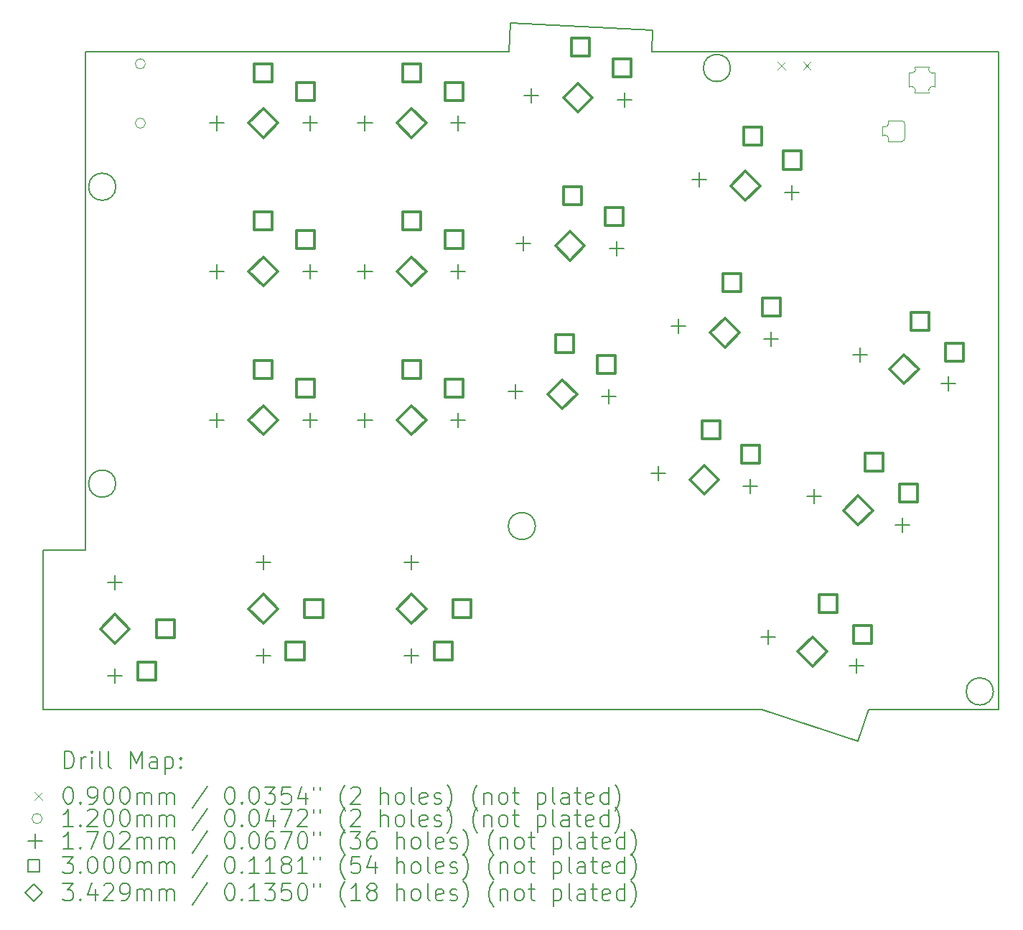
<source format=gbr>
%TF.GenerationSoftware,KiCad,Pcbnew,8.0.7*%
%TF.CreationDate,2024-12-21T19:49:39+01:00*%
%TF.ProjectId,mint36tt_rev02_R,6d696e74-3336-4747-945f-72657630325f,0.2*%
%TF.SameCoordinates,Original*%
%TF.FileFunction,Drillmap*%
%TF.FilePolarity,Positive*%
%FSLAX45Y45*%
G04 Gerber Fmt 4.5, Leading zero omitted, Abs format (unit mm)*
G04 Created by KiCad (PCBNEW 8.0.7) date 2024-12-21 19:49:39*
%MOMM*%
%LPD*%
G01*
G04 APERTURE LIST*
%ADD10C,0.150000*%
%ADD11C,0.200000*%
%ADD12C,0.120000*%
%ADD13C,0.100000*%
%ADD14C,0.170180*%
%ADD15C,0.300000*%
%ADD16C,0.342900*%
G04 APERTURE END LIST*
D10*
X16056928Y-5592500D02*
X20147500Y-5592500D01*
X17352142Y-13350000D02*
X9377500Y-13350000D01*
D11*
X9737500Y-10682500D02*
G75*
G02*
X9417500Y-10682500I-160000J0D01*
G01*
X9417500Y-10682500D02*
G75*
G02*
X9737500Y-10682500I160000J0D01*
G01*
D10*
X8877500Y-13350000D02*
X8877500Y-11462500D01*
X8877500Y-11462500D02*
X9377500Y-11462500D01*
X18492827Y-13720631D02*
X17352142Y-13350000D01*
X20147500Y-13350000D02*
X18613252Y-13350000D01*
X16070298Y-5337381D02*
X16056928Y-5592500D01*
X14392600Y-5249457D02*
X16070298Y-5337381D01*
X9377500Y-13350000D02*
X8877500Y-13350000D01*
X18613252Y-13350000D02*
X18492827Y-13720631D01*
D11*
X14687500Y-11182500D02*
G75*
G02*
X14367500Y-11182500I-160000J0D01*
G01*
X14367500Y-11182500D02*
G75*
G02*
X14687500Y-11182500I160000J0D01*
G01*
D10*
X9377500Y-11462500D02*
X9377500Y-5592500D01*
D11*
X9737500Y-7182500D02*
G75*
G02*
X9417500Y-7182500I-160000J0D01*
G01*
X9417500Y-7182500D02*
G75*
G02*
X9737500Y-7182500I160000J0D01*
G01*
X20087500Y-13132500D02*
G75*
G02*
X19767500Y-13132500I-160000J0D01*
G01*
X19767500Y-13132500D02*
G75*
G02*
X20087500Y-13132500I160000J0D01*
G01*
D10*
X9377500Y-5592500D02*
X14374622Y-5592500D01*
D11*
X16987500Y-5782500D02*
G75*
G02*
X16667500Y-5782500I-160000J0D01*
G01*
X16667500Y-5782500D02*
G75*
G02*
X16987500Y-5782500I160000J0D01*
G01*
D10*
X14374622Y-5592500D02*
X14392600Y-5249457D01*
X20147500Y-11462500D02*
X20147500Y-13350000D01*
X20147500Y-5592500D02*
X20147500Y-11462500D01*
D12*
X18777600Y-6577620D02*
X18777600Y-6473480D01*
X18846180Y-6404900D02*
X19006200Y-6404900D01*
X19006200Y-6646200D02*
X18846180Y-6646200D01*
X19044300Y-6443000D02*
X19044300Y-6608100D01*
X19095100Y-6006120D02*
X19095100Y-5838480D01*
X19163680Y-5769900D02*
X19331320Y-5769900D01*
X19163680Y-6074700D02*
X19331320Y-6074700D01*
X19399900Y-6006120D02*
X19399900Y-5838480D01*
X18777600Y-6577620D02*
G75*
G02*
X18846180Y-6646200I24775J-43805D01*
G01*
X18846180Y-6404900D02*
G75*
G02*
X18777600Y-6473480I-43805J-24775D01*
G01*
X19006200Y-6404900D02*
G75*
G02*
X19044300Y-6443000I0J-38100D01*
G01*
X19044300Y-6608100D02*
G75*
G02*
X19006200Y-6646200I-38100J0D01*
G01*
X19095100Y-6006120D02*
G75*
G02*
X19163680Y-6074700I24775J-43805D01*
G01*
X19163680Y-5769900D02*
G75*
G02*
X19095100Y-5838480I-43805J-24775D01*
G01*
X19331320Y-6074700D02*
G75*
G02*
X19399900Y-6006120I43805J24775D01*
G01*
X19399900Y-5838480D02*
G75*
G02*
X19331320Y-5769900I-24775J43805D01*
G01*
D11*
D13*
X17545000Y-5708000D02*
X17635000Y-5798000D01*
X17635000Y-5708000D02*
X17545000Y-5798000D01*
X17845000Y-5713000D02*
X17935000Y-5803000D01*
X17935000Y-5713000D02*
X17845000Y-5803000D01*
D12*
X10087500Y-5732500D02*
G75*
G02*
X9967500Y-5732500I-60000J0D01*
G01*
X9967500Y-5732500D02*
G75*
G02*
X10087500Y-5732500I60000J0D01*
G01*
X10087500Y-6432500D02*
G75*
G02*
X9967500Y-6432500I-60000J0D01*
G01*
X9967500Y-6432500D02*
G75*
G02*
X10087500Y-6432500I60000J0D01*
G01*
D14*
X9727500Y-11759910D02*
X9727500Y-11930090D01*
X9642410Y-11845000D02*
X9812590Y-11845000D01*
X9727500Y-12859910D02*
X9727500Y-13030090D01*
X9642410Y-12945000D02*
X9812590Y-12945000D01*
X10927500Y-6347410D02*
X10927500Y-6517590D01*
X10842410Y-6432500D02*
X11012590Y-6432500D01*
X10927500Y-8097410D02*
X10927500Y-8267590D01*
X10842410Y-8182500D02*
X11012590Y-8182500D01*
X10927500Y-9847410D02*
X10927500Y-10017590D01*
X10842410Y-9932500D02*
X11012590Y-9932500D01*
X11477500Y-11522410D02*
X11477500Y-11692590D01*
X11392410Y-11607500D02*
X11562590Y-11607500D01*
X11477500Y-12622410D02*
X11477500Y-12792590D01*
X11392410Y-12707500D02*
X11562590Y-12707500D01*
X12027500Y-6347410D02*
X12027500Y-6517590D01*
X11942410Y-6432500D02*
X12112590Y-6432500D01*
X12027500Y-8097410D02*
X12027500Y-8267590D01*
X11942410Y-8182500D02*
X12112590Y-8182500D01*
X12027500Y-9847410D02*
X12027500Y-10017590D01*
X11942410Y-9932500D02*
X12112590Y-9932500D01*
X12677500Y-6347410D02*
X12677500Y-6517590D01*
X12592410Y-6432500D02*
X12762590Y-6432500D01*
X12677500Y-8097410D02*
X12677500Y-8267590D01*
X12592410Y-8182500D02*
X12762590Y-8182500D01*
X12677500Y-9847410D02*
X12677500Y-10017590D01*
X12592410Y-9932500D02*
X12762590Y-9932500D01*
X13227500Y-11522410D02*
X13227500Y-11692590D01*
X13142410Y-11607500D02*
X13312590Y-11607500D01*
X13227500Y-12622410D02*
X13227500Y-12792590D01*
X13142410Y-12707500D02*
X13312590Y-12707500D01*
X13777500Y-6347410D02*
X13777500Y-6517590D01*
X13692410Y-6432500D02*
X13862590Y-6432500D01*
X13777500Y-8097410D02*
X13777500Y-8267590D01*
X13692410Y-8182500D02*
X13862590Y-8182500D01*
X13777500Y-9847410D02*
X13777500Y-10017590D01*
X13692410Y-9932500D02*
X13862590Y-9932500D01*
X14455065Y-9513597D02*
X14455065Y-9683777D01*
X14369975Y-9598687D02*
X14540155Y-9598687D01*
X14546653Y-7765995D02*
X14546653Y-7936175D01*
X14461563Y-7851085D02*
X14631743Y-7851085D01*
X14638241Y-6018393D02*
X14638241Y-6188573D01*
X14553151Y-6103483D02*
X14723331Y-6103483D01*
X15553557Y-9571166D02*
X15553557Y-9741346D01*
X15468467Y-9656256D02*
X15638647Y-9656256D01*
X15645145Y-7823564D02*
X15645145Y-7993744D01*
X15560055Y-7908654D02*
X15730235Y-7908654D01*
X15736733Y-6075963D02*
X15736733Y-6246143D01*
X15651643Y-6161053D02*
X15821823Y-6161053D01*
X16132892Y-10474900D02*
X16132892Y-10645080D01*
X16047802Y-10559990D02*
X16217982Y-10559990D01*
X16376445Y-8741931D02*
X16376445Y-8912111D01*
X16291355Y-8827021D02*
X16461535Y-8827021D01*
X16619998Y-7008962D02*
X16619998Y-7179142D01*
X16534908Y-7094052D02*
X16705088Y-7094052D01*
X17222187Y-10627990D02*
X17222187Y-10798170D01*
X17137097Y-10713080D02*
X17307277Y-10713080D01*
X17430433Y-12407120D02*
X17430433Y-12577300D01*
X17345343Y-12492210D02*
X17515523Y-12492210D01*
X17465740Y-8895021D02*
X17465740Y-9065201D01*
X17380650Y-8980111D02*
X17550830Y-8980111D01*
X17709293Y-7162052D02*
X17709293Y-7332232D01*
X17624203Y-7247142D02*
X17794383Y-7247142D01*
X17971212Y-10742771D02*
X17971212Y-10912951D01*
X17886122Y-10827861D02*
X18056302Y-10827861D01*
X18476595Y-12747038D02*
X18476595Y-12917218D01*
X18391505Y-12832128D02*
X18561685Y-12832128D01*
X18511992Y-9078422D02*
X18511992Y-9248602D01*
X18426902Y-9163512D02*
X18597082Y-9163512D01*
X19017375Y-11082690D02*
X19017375Y-11252870D01*
X18932285Y-11167780D02*
X19102465Y-11167780D01*
X19558154Y-9418341D02*
X19558154Y-9588521D01*
X19473064Y-9503431D02*
X19643244Y-9503431D01*
D15*
X10208567Y-13001067D02*
X10208567Y-12788933D01*
X9996433Y-12788933D01*
X9996433Y-13001067D01*
X10208567Y-13001067D01*
X10428567Y-12501067D02*
X10428567Y-12288933D01*
X10216433Y-12288933D01*
X10216433Y-12501067D01*
X10428567Y-12501067D01*
X10428567Y-12501067D02*
X10428567Y-12288933D01*
X10216433Y-12288933D01*
X10216433Y-12501067D01*
X10428567Y-12501067D01*
X11583567Y-5943567D02*
X11583567Y-5731433D01*
X11371433Y-5731433D01*
X11371433Y-5943567D01*
X11583567Y-5943567D01*
X11583567Y-5943567D02*
X11583567Y-5731433D01*
X11371433Y-5731433D01*
X11371433Y-5943567D01*
X11583567Y-5943567D01*
X11583567Y-7693567D02*
X11583567Y-7481433D01*
X11371433Y-7481433D01*
X11371433Y-7693567D01*
X11583567Y-7693567D01*
X11583567Y-7693567D02*
X11583567Y-7481433D01*
X11371433Y-7481433D01*
X11371433Y-7693567D01*
X11583567Y-7693567D01*
X11583567Y-9443567D02*
X11583567Y-9231433D01*
X11371433Y-9231433D01*
X11371433Y-9443567D01*
X11583567Y-9443567D01*
X11583567Y-9443567D02*
X11583567Y-9231433D01*
X11371433Y-9231433D01*
X11371433Y-9443567D01*
X11583567Y-9443567D01*
X11958567Y-12763567D02*
X11958567Y-12551433D01*
X11746433Y-12551433D01*
X11746433Y-12763567D01*
X11958567Y-12763567D01*
X12083567Y-6163567D02*
X12083567Y-5951433D01*
X11871433Y-5951433D01*
X11871433Y-6163567D01*
X12083567Y-6163567D01*
X12083567Y-7913567D02*
X12083567Y-7701433D01*
X11871433Y-7701433D01*
X11871433Y-7913567D01*
X12083567Y-7913567D01*
X12083567Y-9663567D02*
X12083567Y-9451433D01*
X11871433Y-9451433D01*
X11871433Y-9663567D01*
X12083567Y-9663567D01*
X12178567Y-12263567D02*
X12178567Y-12051433D01*
X11966433Y-12051433D01*
X11966433Y-12263567D01*
X12178567Y-12263567D01*
X12178567Y-12263567D02*
X12178567Y-12051433D01*
X11966433Y-12051433D01*
X11966433Y-12263567D01*
X12178567Y-12263567D01*
X13333567Y-5943567D02*
X13333567Y-5731433D01*
X13121433Y-5731433D01*
X13121433Y-5943567D01*
X13333567Y-5943567D01*
X13333567Y-5943567D02*
X13333567Y-5731433D01*
X13121433Y-5731433D01*
X13121433Y-5943567D01*
X13333567Y-5943567D01*
X13333567Y-7693567D02*
X13333567Y-7481433D01*
X13121433Y-7481433D01*
X13121433Y-7693567D01*
X13333567Y-7693567D01*
X13333567Y-7693567D02*
X13333567Y-7481433D01*
X13121433Y-7481433D01*
X13121433Y-7693567D01*
X13333567Y-7693567D01*
X13333567Y-9443567D02*
X13333567Y-9231433D01*
X13121433Y-9231433D01*
X13121433Y-9443567D01*
X13333567Y-9443567D01*
X13333567Y-9443567D02*
X13333567Y-9231433D01*
X13121433Y-9231433D01*
X13121433Y-9443567D01*
X13333567Y-9443567D01*
X13708567Y-12763567D02*
X13708567Y-12551433D01*
X13496433Y-12551433D01*
X13496433Y-12763567D01*
X13708567Y-12763567D01*
X13833567Y-6163567D02*
X13833567Y-5951433D01*
X13621433Y-5951433D01*
X13621433Y-6163567D01*
X13833567Y-6163567D01*
X13833567Y-7913567D02*
X13833567Y-7701433D01*
X13621433Y-7701433D01*
X13621433Y-7913567D01*
X13833567Y-7913567D01*
X13833567Y-9663567D02*
X13833567Y-9451433D01*
X13621433Y-9451433D01*
X13621433Y-9663567D01*
X13833567Y-9663567D01*
X13928567Y-12263567D02*
X13928567Y-12051433D01*
X13716433Y-12051433D01*
X13716433Y-12263567D01*
X13928567Y-12263567D01*
X13928567Y-12263567D02*
X13928567Y-12051433D01*
X13716433Y-12051433D01*
X13716433Y-12263567D01*
X13928567Y-12263567D01*
X15141518Y-9139354D02*
X15141518Y-8927220D01*
X14929384Y-8927220D01*
X14929384Y-9139354D01*
X15141518Y-9139354D01*
X15141518Y-9139354D02*
X15141518Y-8927220D01*
X14929384Y-8927220D01*
X14929384Y-9139354D01*
X15141518Y-9139354D01*
X15233106Y-7391752D02*
X15233106Y-7179618D01*
X15020972Y-7179618D01*
X15020972Y-7391752D01*
X15233106Y-7391752D01*
X15233106Y-7391752D02*
X15233106Y-7179618D01*
X15020972Y-7179618D01*
X15020972Y-7391752D01*
X15233106Y-7391752D01*
X15324694Y-5644150D02*
X15324694Y-5432016D01*
X15112560Y-5432016D01*
X15112560Y-5644150D01*
X15324694Y-5644150D01*
X15324694Y-5644150D02*
X15324694Y-5432016D01*
X15112560Y-5432016D01*
X15112560Y-5644150D01*
X15324694Y-5644150D01*
X15629319Y-9385220D02*
X15629319Y-9173086D01*
X15417185Y-9173086D01*
X15417185Y-9385220D01*
X15629319Y-9385220D01*
X15720907Y-7637619D02*
X15720907Y-7425485D01*
X15508773Y-7425485D01*
X15508773Y-7637619D01*
X15720907Y-7637619D01*
X15812495Y-5890017D02*
X15812495Y-5677883D01*
X15600361Y-5677883D01*
X15600361Y-5890017D01*
X15812495Y-5890017D01*
X16866415Y-10153393D02*
X16866415Y-9941259D01*
X16654281Y-9941259D01*
X16654281Y-10153393D01*
X16866415Y-10153393D01*
X16866415Y-10153393D02*
X16866415Y-9941259D01*
X16654281Y-9941259D01*
X16654281Y-10153393D01*
X16866415Y-10153393D01*
X17109968Y-8420424D02*
X17109968Y-8208290D01*
X16897834Y-8208290D01*
X16897834Y-8420424D01*
X17109968Y-8420424D01*
X17109968Y-8420424D02*
X17109968Y-8208290D01*
X16897834Y-8208290D01*
X16897834Y-8420424D01*
X17109968Y-8420424D01*
X17330931Y-10440838D02*
X17330931Y-10228704D01*
X17118797Y-10228704D01*
X17118797Y-10440838D01*
X17330931Y-10440838D01*
X17353521Y-6687454D02*
X17353521Y-6475320D01*
X17141387Y-6475320D01*
X17141387Y-6687454D01*
X17353521Y-6687454D01*
X17353521Y-6687454D02*
X17353521Y-6475320D01*
X17141387Y-6475320D01*
X17141387Y-6687454D01*
X17353521Y-6687454D01*
X17574484Y-8707869D02*
X17574484Y-8495735D01*
X17362350Y-8495735D01*
X17362350Y-8707869D01*
X17574484Y-8707869D01*
X17818037Y-6974900D02*
X17818037Y-6762766D01*
X17605903Y-6762766D01*
X17605903Y-6974900D01*
X17818037Y-6974900D01*
X18243446Y-12202358D02*
X18243446Y-11990224D01*
X18031312Y-11990224D01*
X18031312Y-12202358D01*
X18243446Y-12202358D01*
X18243446Y-12202358D02*
X18243446Y-11990224D01*
X18031312Y-11990224D01*
X18031312Y-12202358D01*
X18243446Y-12202358D01*
X18650990Y-12566098D02*
X18650990Y-12353964D01*
X18438856Y-12353964D01*
X18438856Y-12566098D01*
X18650990Y-12566098D01*
X18784226Y-10538009D02*
X18784226Y-10325875D01*
X18572092Y-10325875D01*
X18572092Y-10538009D01*
X18784226Y-10538009D01*
X18784226Y-10538009D02*
X18784226Y-10325875D01*
X18572092Y-10325875D01*
X18572092Y-10538009D01*
X18784226Y-10538009D01*
X19191770Y-10901750D02*
X19191770Y-10689616D01*
X18979636Y-10689616D01*
X18979636Y-10901750D01*
X19191770Y-10901750D01*
X19325005Y-8873660D02*
X19325005Y-8661526D01*
X19112871Y-8661526D01*
X19112871Y-8873660D01*
X19325005Y-8873660D01*
X19325005Y-8873660D02*
X19325005Y-8661526D01*
X19112871Y-8661526D01*
X19112871Y-8873660D01*
X19325005Y-8873660D01*
X19732550Y-9237401D02*
X19732550Y-9025267D01*
X19520416Y-9025267D01*
X19520416Y-9237401D01*
X19732550Y-9237401D01*
D16*
X9727500Y-12566450D02*
X9898950Y-12395000D01*
X9727500Y-12223550D01*
X9556050Y-12395000D01*
X9727500Y-12566450D01*
X11477500Y-6603950D02*
X11648950Y-6432500D01*
X11477500Y-6261050D01*
X11306050Y-6432500D01*
X11477500Y-6603950D01*
X11477500Y-8353950D02*
X11648950Y-8182500D01*
X11477500Y-8011050D01*
X11306050Y-8182500D01*
X11477500Y-8353950D01*
X11477500Y-10103950D02*
X11648950Y-9932500D01*
X11477500Y-9761050D01*
X11306050Y-9932500D01*
X11477500Y-10103950D01*
X11477500Y-12328950D02*
X11648950Y-12157500D01*
X11477500Y-11986050D01*
X11306050Y-12157500D01*
X11477500Y-12328950D01*
X13227500Y-6603950D02*
X13398950Y-6432500D01*
X13227500Y-6261050D01*
X13056050Y-6432500D01*
X13227500Y-6603950D01*
X13227500Y-8353950D02*
X13398950Y-8182500D01*
X13227500Y-8011050D01*
X13056050Y-8182500D01*
X13227500Y-8353950D01*
X13227500Y-10103950D02*
X13398950Y-9932500D01*
X13227500Y-9761050D01*
X13056050Y-9932500D01*
X13227500Y-10103950D01*
X13227500Y-12328950D02*
X13398950Y-12157500D01*
X13227500Y-11986050D01*
X13056050Y-12157500D01*
X13227500Y-12328950D01*
X15004311Y-9798921D02*
X15175761Y-9627471D01*
X15004311Y-9456021D01*
X14832861Y-9627471D01*
X15004311Y-9798921D01*
X15095899Y-8051320D02*
X15267349Y-7879870D01*
X15095899Y-7708420D01*
X14924449Y-7879870D01*
X15095899Y-8051320D01*
X15187487Y-6303718D02*
X15358937Y-6132268D01*
X15187487Y-5960818D01*
X15016037Y-6132268D01*
X15187487Y-6303718D01*
X16677540Y-10807985D02*
X16848990Y-10636535D01*
X16677540Y-10465085D01*
X16506090Y-10636535D01*
X16677540Y-10807985D01*
X16921093Y-9075016D02*
X17092543Y-8903566D01*
X16921093Y-8732116D01*
X16749643Y-8903566D01*
X16921093Y-9075016D01*
X17164646Y-7342047D02*
X17336096Y-7170597D01*
X17164646Y-6999147D01*
X16993196Y-7170597D01*
X17164646Y-7342047D01*
X17953514Y-12833619D02*
X18124964Y-12662169D01*
X17953514Y-12490719D01*
X17782064Y-12662169D01*
X17953514Y-12833619D01*
X18494293Y-11169270D02*
X18665743Y-10997820D01*
X18494293Y-10826370D01*
X18322843Y-10997820D01*
X18494293Y-11169270D01*
X19035073Y-9504921D02*
X19206523Y-9333471D01*
X19035073Y-9162021D01*
X18863623Y-9333471D01*
X19035073Y-9504921D01*
D11*
X9130777Y-14039615D02*
X9130777Y-13839615D01*
X9130777Y-13839615D02*
X9178396Y-13839615D01*
X9178396Y-13839615D02*
X9206967Y-13849138D01*
X9206967Y-13849138D02*
X9226015Y-13868186D01*
X9226015Y-13868186D02*
X9235539Y-13887234D01*
X9235539Y-13887234D02*
X9245063Y-13925329D01*
X9245063Y-13925329D02*
X9245063Y-13953900D01*
X9245063Y-13953900D02*
X9235539Y-13991996D01*
X9235539Y-13991996D02*
X9226015Y-14011043D01*
X9226015Y-14011043D02*
X9206967Y-14030091D01*
X9206967Y-14030091D02*
X9178396Y-14039615D01*
X9178396Y-14039615D02*
X9130777Y-14039615D01*
X9330777Y-14039615D02*
X9330777Y-13906281D01*
X9330777Y-13944377D02*
X9340301Y-13925329D01*
X9340301Y-13925329D02*
X9349824Y-13915805D01*
X9349824Y-13915805D02*
X9368872Y-13906281D01*
X9368872Y-13906281D02*
X9387920Y-13906281D01*
X9454586Y-14039615D02*
X9454586Y-13906281D01*
X9454586Y-13839615D02*
X9445063Y-13849138D01*
X9445063Y-13849138D02*
X9454586Y-13858662D01*
X9454586Y-13858662D02*
X9464110Y-13849138D01*
X9464110Y-13849138D02*
X9454586Y-13839615D01*
X9454586Y-13839615D02*
X9454586Y-13858662D01*
X9578396Y-14039615D02*
X9559348Y-14030091D01*
X9559348Y-14030091D02*
X9549824Y-14011043D01*
X9549824Y-14011043D02*
X9549824Y-13839615D01*
X9683158Y-14039615D02*
X9664110Y-14030091D01*
X9664110Y-14030091D02*
X9654586Y-14011043D01*
X9654586Y-14011043D02*
X9654586Y-13839615D01*
X9911729Y-14039615D02*
X9911729Y-13839615D01*
X9911729Y-13839615D02*
X9978396Y-13982472D01*
X9978396Y-13982472D02*
X10045063Y-13839615D01*
X10045063Y-13839615D02*
X10045063Y-14039615D01*
X10226015Y-14039615D02*
X10226015Y-13934853D01*
X10226015Y-13934853D02*
X10216491Y-13915805D01*
X10216491Y-13915805D02*
X10197444Y-13906281D01*
X10197444Y-13906281D02*
X10159348Y-13906281D01*
X10159348Y-13906281D02*
X10140301Y-13915805D01*
X10226015Y-14030091D02*
X10206967Y-14039615D01*
X10206967Y-14039615D02*
X10159348Y-14039615D01*
X10159348Y-14039615D02*
X10140301Y-14030091D01*
X10140301Y-14030091D02*
X10130777Y-14011043D01*
X10130777Y-14011043D02*
X10130777Y-13991996D01*
X10130777Y-13991996D02*
X10140301Y-13972948D01*
X10140301Y-13972948D02*
X10159348Y-13963424D01*
X10159348Y-13963424D02*
X10206967Y-13963424D01*
X10206967Y-13963424D02*
X10226015Y-13953900D01*
X10321253Y-13906281D02*
X10321253Y-14106281D01*
X10321253Y-13915805D02*
X10340301Y-13906281D01*
X10340301Y-13906281D02*
X10378396Y-13906281D01*
X10378396Y-13906281D02*
X10397444Y-13915805D01*
X10397444Y-13915805D02*
X10406967Y-13925329D01*
X10406967Y-13925329D02*
X10416491Y-13944377D01*
X10416491Y-13944377D02*
X10416491Y-14001519D01*
X10416491Y-14001519D02*
X10406967Y-14020567D01*
X10406967Y-14020567D02*
X10397444Y-14030091D01*
X10397444Y-14030091D02*
X10378396Y-14039615D01*
X10378396Y-14039615D02*
X10340301Y-14039615D01*
X10340301Y-14039615D02*
X10321253Y-14030091D01*
X10502205Y-14020567D02*
X10511729Y-14030091D01*
X10511729Y-14030091D02*
X10502205Y-14039615D01*
X10502205Y-14039615D02*
X10492682Y-14030091D01*
X10492682Y-14030091D02*
X10502205Y-14020567D01*
X10502205Y-14020567D02*
X10502205Y-14039615D01*
X10502205Y-13915805D02*
X10511729Y-13925329D01*
X10511729Y-13925329D02*
X10502205Y-13934853D01*
X10502205Y-13934853D02*
X10492682Y-13925329D01*
X10492682Y-13925329D02*
X10502205Y-13915805D01*
X10502205Y-13915805D02*
X10502205Y-13934853D01*
D13*
X8780000Y-14323131D02*
X8870000Y-14413131D01*
X8870000Y-14323131D02*
X8780000Y-14413131D01*
D11*
X9168872Y-14259615D02*
X9187920Y-14259615D01*
X9187920Y-14259615D02*
X9206967Y-14269138D01*
X9206967Y-14269138D02*
X9216491Y-14278662D01*
X9216491Y-14278662D02*
X9226015Y-14297710D01*
X9226015Y-14297710D02*
X9235539Y-14335805D01*
X9235539Y-14335805D02*
X9235539Y-14383424D01*
X9235539Y-14383424D02*
X9226015Y-14421519D01*
X9226015Y-14421519D02*
X9216491Y-14440567D01*
X9216491Y-14440567D02*
X9206967Y-14450091D01*
X9206967Y-14450091D02*
X9187920Y-14459615D01*
X9187920Y-14459615D02*
X9168872Y-14459615D01*
X9168872Y-14459615D02*
X9149824Y-14450091D01*
X9149824Y-14450091D02*
X9140301Y-14440567D01*
X9140301Y-14440567D02*
X9130777Y-14421519D01*
X9130777Y-14421519D02*
X9121253Y-14383424D01*
X9121253Y-14383424D02*
X9121253Y-14335805D01*
X9121253Y-14335805D02*
X9130777Y-14297710D01*
X9130777Y-14297710D02*
X9140301Y-14278662D01*
X9140301Y-14278662D02*
X9149824Y-14269138D01*
X9149824Y-14269138D02*
X9168872Y-14259615D01*
X9321253Y-14440567D02*
X9330777Y-14450091D01*
X9330777Y-14450091D02*
X9321253Y-14459615D01*
X9321253Y-14459615D02*
X9311729Y-14450091D01*
X9311729Y-14450091D02*
X9321253Y-14440567D01*
X9321253Y-14440567D02*
X9321253Y-14459615D01*
X9426015Y-14459615D02*
X9464110Y-14459615D01*
X9464110Y-14459615D02*
X9483158Y-14450091D01*
X9483158Y-14450091D02*
X9492682Y-14440567D01*
X9492682Y-14440567D02*
X9511729Y-14411996D01*
X9511729Y-14411996D02*
X9521253Y-14373900D01*
X9521253Y-14373900D02*
X9521253Y-14297710D01*
X9521253Y-14297710D02*
X9511729Y-14278662D01*
X9511729Y-14278662D02*
X9502205Y-14269138D01*
X9502205Y-14269138D02*
X9483158Y-14259615D01*
X9483158Y-14259615D02*
X9445063Y-14259615D01*
X9445063Y-14259615D02*
X9426015Y-14269138D01*
X9426015Y-14269138D02*
X9416491Y-14278662D01*
X9416491Y-14278662D02*
X9406967Y-14297710D01*
X9406967Y-14297710D02*
X9406967Y-14345329D01*
X9406967Y-14345329D02*
X9416491Y-14364377D01*
X9416491Y-14364377D02*
X9426015Y-14373900D01*
X9426015Y-14373900D02*
X9445063Y-14383424D01*
X9445063Y-14383424D02*
X9483158Y-14383424D01*
X9483158Y-14383424D02*
X9502205Y-14373900D01*
X9502205Y-14373900D02*
X9511729Y-14364377D01*
X9511729Y-14364377D02*
X9521253Y-14345329D01*
X9645063Y-14259615D02*
X9664110Y-14259615D01*
X9664110Y-14259615D02*
X9683158Y-14269138D01*
X9683158Y-14269138D02*
X9692682Y-14278662D01*
X9692682Y-14278662D02*
X9702205Y-14297710D01*
X9702205Y-14297710D02*
X9711729Y-14335805D01*
X9711729Y-14335805D02*
X9711729Y-14383424D01*
X9711729Y-14383424D02*
X9702205Y-14421519D01*
X9702205Y-14421519D02*
X9692682Y-14440567D01*
X9692682Y-14440567D02*
X9683158Y-14450091D01*
X9683158Y-14450091D02*
X9664110Y-14459615D01*
X9664110Y-14459615D02*
X9645063Y-14459615D01*
X9645063Y-14459615D02*
X9626015Y-14450091D01*
X9626015Y-14450091D02*
X9616491Y-14440567D01*
X9616491Y-14440567D02*
X9606967Y-14421519D01*
X9606967Y-14421519D02*
X9597444Y-14383424D01*
X9597444Y-14383424D02*
X9597444Y-14335805D01*
X9597444Y-14335805D02*
X9606967Y-14297710D01*
X9606967Y-14297710D02*
X9616491Y-14278662D01*
X9616491Y-14278662D02*
X9626015Y-14269138D01*
X9626015Y-14269138D02*
X9645063Y-14259615D01*
X9835539Y-14259615D02*
X9854586Y-14259615D01*
X9854586Y-14259615D02*
X9873634Y-14269138D01*
X9873634Y-14269138D02*
X9883158Y-14278662D01*
X9883158Y-14278662D02*
X9892682Y-14297710D01*
X9892682Y-14297710D02*
X9902205Y-14335805D01*
X9902205Y-14335805D02*
X9902205Y-14383424D01*
X9902205Y-14383424D02*
X9892682Y-14421519D01*
X9892682Y-14421519D02*
X9883158Y-14440567D01*
X9883158Y-14440567D02*
X9873634Y-14450091D01*
X9873634Y-14450091D02*
X9854586Y-14459615D01*
X9854586Y-14459615D02*
X9835539Y-14459615D01*
X9835539Y-14459615D02*
X9816491Y-14450091D01*
X9816491Y-14450091D02*
X9806967Y-14440567D01*
X9806967Y-14440567D02*
X9797444Y-14421519D01*
X9797444Y-14421519D02*
X9787920Y-14383424D01*
X9787920Y-14383424D02*
X9787920Y-14335805D01*
X9787920Y-14335805D02*
X9797444Y-14297710D01*
X9797444Y-14297710D02*
X9806967Y-14278662D01*
X9806967Y-14278662D02*
X9816491Y-14269138D01*
X9816491Y-14269138D02*
X9835539Y-14259615D01*
X9987920Y-14459615D02*
X9987920Y-14326281D01*
X9987920Y-14345329D02*
X9997444Y-14335805D01*
X9997444Y-14335805D02*
X10016491Y-14326281D01*
X10016491Y-14326281D02*
X10045063Y-14326281D01*
X10045063Y-14326281D02*
X10064110Y-14335805D01*
X10064110Y-14335805D02*
X10073634Y-14354853D01*
X10073634Y-14354853D02*
X10073634Y-14459615D01*
X10073634Y-14354853D02*
X10083158Y-14335805D01*
X10083158Y-14335805D02*
X10102205Y-14326281D01*
X10102205Y-14326281D02*
X10130777Y-14326281D01*
X10130777Y-14326281D02*
X10149825Y-14335805D01*
X10149825Y-14335805D02*
X10159348Y-14354853D01*
X10159348Y-14354853D02*
X10159348Y-14459615D01*
X10254586Y-14459615D02*
X10254586Y-14326281D01*
X10254586Y-14345329D02*
X10264110Y-14335805D01*
X10264110Y-14335805D02*
X10283158Y-14326281D01*
X10283158Y-14326281D02*
X10311729Y-14326281D01*
X10311729Y-14326281D02*
X10330777Y-14335805D01*
X10330777Y-14335805D02*
X10340301Y-14354853D01*
X10340301Y-14354853D02*
X10340301Y-14459615D01*
X10340301Y-14354853D02*
X10349825Y-14335805D01*
X10349825Y-14335805D02*
X10368872Y-14326281D01*
X10368872Y-14326281D02*
X10397444Y-14326281D01*
X10397444Y-14326281D02*
X10416491Y-14335805D01*
X10416491Y-14335805D02*
X10426015Y-14354853D01*
X10426015Y-14354853D02*
X10426015Y-14459615D01*
X10816491Y-14250091D02*
X10645063Y-14507234D01*
X11073634Y-14259615D02*
X11092682Y-14259615D01*
X11092682Y-14259615D02*
X11111729Y-14269138D01*
X11111729Y-14269138D02*
X11121253Y-14278662D01*
X11121253Y-14278662D02*
X11130777Y-14297710D01*
X11130777Y-14297710D02*
X11140301Y-14335805D01*
X11140301Y-14335805D02*
X11140301Y-14383424D01*
X11140301Y-14383424D02*
X11130777Y-14421519D01*
X11130777Y-14421519D02*
X11121253Y-14440567D01*
X11121253Y-14440567D02*
X11111729Y-14450091D01*
X11111729Y-14450091D02*
X11092682Y-14459615D01*
X11092682Y-14459615D02*
X11073634Y-14459615D01*
X11073634Y-14459615D02*
X11054587Y-14450091D01*
X11054587Y-14450091D02*
X11045063Y-14440567D01*
X11045063Y-14440567D02*
X11035539Y-14421519D01*
X11035539Y-14421519D02*
X11026015Y-14383424D01*
X11026015Y-14383424D02*
X11026015Y-14335805D01*
X11026015Y-14335805D02*
X11035539Y-14297710D01*
X11035539Y-14297710D02*
X11045063Y-14278662D01*
X11045063Y-14278662D02*
X11054587Y-14269138D01*
X11054587Y-14269138D02*
X11073634Y-14259615D01*
X11226015Y-14440567D02*
X11235539Y-14450091D01*
X11235539Y-14450091D02*
X11226015Y-14459615D01*
X11226015Y-14459615D02*
X11216491Y-14450091D01*
X11216491Y-14450091D02*
X11226015Y-14440567D01*
X11226015Y-14440567D02*
X11226015Y-14459615D01*
X11359348Y-14259615D02*
X11378396Y-14259615D01*
X11378396Y-14259615D02*
X11397444Y-14269138D01*
X11397444Y-14269138D02*
X11406967Y-14278662D01*
X11406967Y-14278662D02*
X11416491Y-14297710D01*
X11416491Y-14297710D02*
X11426015Y-14335805D01*
X11426015Y-14335805D02*
X11426015Y-14383424D01*
X11426015Y-14383424D02*
X11416491Y-14421519D01*
X11416491Y-14421519D02*
X11406967Y-14440567D01*
X11406967Y-14440567D02*
X11397444Y-14450091D01*
X11397444Y-14450091D02*
X11378396Y-14459615D01*
X11378396Y-14459615D02*
X11359348Y-14459615D01*
X11359348Y-14459615D02*
X11340301Y-14450091D01*
X11340301Y-14450091D02*
X11330777Y-14440567D01*
X11330777Y-14440567D02*
X11321253Y-14421519D01*
X11321253Y-14421519D02*
X11311729Y-14383424D01*
X11311729Y-14383424D02*
X11311729Y-14335805D01*
X11311729Y-14335805D02*
X11321253Y-14297710D01*
X11321253Y-14297710D02*
X11330777Y-14278662D01*
X11330777Y-14278662D02*
X11340301Y-14269138D01*
X11340301Y-14269138D02*
X11359348Y-14259615D01*
X11492682Y-14259615D02*
X11616491Y-14259615D01*
X11616491Y-14259615D02*
X11549825Y-14335805D01*
X11549825Y-14335805D02*
X11578396Y-14335805D01*
X11578396Y-14335805D02*
X11597444Y-14345329D01*
X11597444Y-14345329D02*
X11606967Y-14354853D01*
X11606967Y-14354853D02*
X11616491Y-14373900D01*
X11616491Y-14373900D02*
X11616491Y-14421519D01*
X11616491Y-14421519D02*
X11606967Y-14440567D01*
X11606967Y-14440567D02*
X11597444Y-14450091D01*
X11597444Y-14450091D02*
X11578396Y-14459615D01*
X11578396Y-14459615D02*
X11521253Y-14459615D01*
X11521253Y-14459615D02*
X11502206Y-14450091D01*
X11502206Y-14450091D02*
X11492682Y-14440567D01*
X11797444Y-14259615D02*
X11702206Y-14259615D01*
X11702206Y-14259615D02*
X11692682Y-14354853D01*
X11692682Y-14354853D02*
X11702206Y-14345329D01*
X11702206Y-14345329D02*
X11721253Y-14335805D01*
X11721253Y-14335805D02*
X11768872Y-14335805D01*
X11768872Y-14335805D02*
X11787920Y-14345329D01*
X11787920Y-14345329D02*
X11797444Y-14354853D01*
X11797444Y-14354853D02*
X11806967Y-14373900D01*
X11806967Y-14373900D02*
X11806967Y-14421519D01*
X11806967Y-14421519D02*
X11797444Y-14440567D01*
X11797444Y-14440567D02*
X11787920Y-14450091D01*
X11787920Y-14450091D02*
X11768872Y-14459615D01*
X11768872Y-14459615D02*
X11721253Y-14459615D01*
X11721253Y-14459615D02*
X11702206Y-14450091D01*
X11702206Y-14450091D02*
X11692682Y-14440567D01*
X11978396Y-14326281D02*
X11978396Y-14459615D01*
X11930777Y-14250091D02*
X11883158Y-14392948D01*
X11883158Y-14392948D02*
X12006967Y-14392948D01*
X12073634Y-14259615D02*
X12073634Y-14297710D01*
X12149825Y-14259615D02*
X12149825Y-14297710D01*
X12445063Y-14535805D02*
X12435539Y-14526281D01*
X12435539Y-14526281D02*
X12416491Y-14497710D01*
X12416491Y-14497710D02*
X12406968Y-14478662D01*
X12406968Y-14478662D02*
X12397444Y-14450091D01*
X12397444Y-14450091D02*
X12387920Y-14402472D01*
X12387920Y-14402472D02*
X12387920Y-14364377D01*
X12387920Y-14364377D02*
X12397444Y-14316757D01*
X12397444Y-14316757D02*
X12406968Y-14288186D01*
X12406968Y-14288186D02*
X12416491Y-14269138D01*
X12416491Y-14269138D02*
X12435539Y-14240567D01*
X12435539Y-14240567D02*
X12445063Y-14231043D01*
X12511729Y-14278662D02*
X12521253Y-14269138D01*
X12521253Y-14269138D02*
X12540301Y-14259615D01*
X12540301Y-14259615D02*
X12587920Y-14259615D01*
X12587920Y-14259615D02*
X12606968Y-14269138D01*
X12606968Y-14269138D02*
X12616491Y-14278662D01*
X12616491Y-14278662D02*
X12626015Y-14297710D01*
X12626015Y-14297710D02*
X12626015Y-14316757D01*
X12626015Y-14316757D02*
X12616491Y-14345329D01*
X12616491Y-14345329D02*
X12502206Y-14459615D01*
X12502206Y-14459615D02*
X12626015Y-14459615D01*
X12864110Y-14459615D02*
X12864110Y-14259615D01*
X12949825Y-14459615D02*
X12949825Y-14354853D01*
X12949825Y-14354853D02*
X12940301Y-14335805D01*
X12940301Y-14335805D02*
X12921253Y-14326281D01*
X12921253Y-14326281D02*
X12892682Y-14326281D01*
X12892682Y-14326281D02*
X12873634Y-14335805D01*
X12873634Y-14335805D02*
X12864110Y-14345329D01*
X13073634Y-14459615D02*
X13054587Y-14450091D01*
X13054587Y-14450091D02*
X13045063Y-14440567D01*
X13045063Y-14440567D02*
X13035539Y-14421519D01*
X13035539Y-14421519D02*
X13035539Y-14364377D01*
X13035539Y-14364377D02*
X13045063Y-14345329D01*
X13045063Y-14345329D02*
X13054587Y-14335805D01*
X13054587Y-14335805D02*
X13073634Y-14326281D01*
X13073634Y-14326281D02*
X13102206Y-14326281D01*
X13102206Y-14326281D02*
X13121253Y-14335805D01*
X13121253Y-14335805D02*
X13130777Y-14345329D01*
X13130777Y-14345329D02*
X13140301Y-14364377D01*
X13140301Y-14364377D02*
X13140301Y-14421519D01*
X13140301Y-14421519D02*
X13130777Y-14440567D01*
X13130777Y-14440567D02*
X13121253Y-14450091D01*
X13121253Y-14450091D02*
X13102206Y-14459615D01*
X13102206Y-14459615D02*
X13073634Y-14459615D01*
X13254587Y-14459615D02*
X13235539Y-14450091D01*
X13235539Y-14450091D02*
X13226015Y-14431043D01*
X13226015Y-14431043D02*
X13226015Y-14259615D01*
X13406968Y-14450091D02*
X13387920Y-14459615D01*
X13387920Y-14459615D02*
X13349825Y-14459615D01*
X13349825Y-14459615D02*
X13330777Y-14450091D01*
X13330777Y-14450091D02*
X13321253Y-14431043D01*
X13321253Y-14431043D02*
X13321253Y-14354853D01*
X13321253Y-14354853D02*
X13330777Y-14335805D01*
X13330777Y-14335805D02*
X13349825Y-14326281D01*
X13349825Y-14326281D02*
X13387920Y-14326281D01*
X13387920Y-14326281D02*
X13406968Y-14335805D01*
X13406968Y-14335805D02*
X13416491Y-14354853D01*
X13416491Y-14354853D02*
X13416491Y-14373900D01*
X13416491Y-14373900D02*
X13321253Y-14392948D01*
X13492682Y-14450091D02*
X13511730Y-14459615D01*
X13511730Y-14459615D02*
X13549825Y-14459615D01*
X13549825Y-14459615D02*
X13568872Y-14450091D01*
X13568872Y-14450091D02*
X13578396Y-14431043D01*
X13578396Y-14431043D02*
X13578396Y-14421519D01*
X13578396Y-14421519D02*
X13568872Y-14402472D01*
X13568872Y-14402472D02*
X13549825Y-14392948D01*
X13549825Y-14392948D02*
X13521253Y-14392948D01*
X13521253Y-14392948D02*
X13502206Y-14383424D01*
X13502206Y-14383424D02*
X13492682Y-14364377D01*
X13492682Y-14364377D02*
X13492682Y-14354853D01*
X13492682Y-14354853D02*
X13502206Y-14335805D01*
X13502206Y-14335805D02*
X13521253Y-14326281D01*
X13521253Y-14326281D02*
X13549825Y-14326281D01*
X13549825Y-14326281D02*
X13568872Y-14335805D01*
X13645063Y-14535805D02*
X13654587Y-14526281D01*
X13654587Y-14526281D02*
X13673634Y-14497710D01*
X13673634Y-14497710D02*
X13683158Y-14478662D01*
X13683158Y-14478662D02*
X13692682Y-14450091D01*
X13692682Y-14450091D02*
X13702206Y-14402472D01*
X13702206Y-14402472D02*
X13702206Y-14364377D01*
X13702206Y-14364377D02*
X13692682Y-14316757D01*
X13692682Y-14316757D02*
X13683158Y-14288186D01*
X13683158Y-14288186D02*
X13673634Y-14269138D01*
X13673634Y-14269138D02*
X13654587Y-14240567D01*
X13654587Y-14240567D02*
X13645063Y-14231043D01*
X14006968Y-14535805D02*
X13997444Y-14526281D01*
X13997444Y-14526281D02*
X13978396Y-14497710D01*
X13978396Y-14497710D02*
X13968872Y-14478662D01*
X13968872Y-14478662D02*
X13959349Y-14450091D01*
X13959349Y-14450091D02*
X13949825Y-14402472D01*
X13949825Y-14402472D02*
X13949825Y-14364377D01*
X13949825Y-14364377D02*
X13959349Y-14316757D01*
X13959349Y-14316757D02*
X13968872Y-14288186D01*
X13968872Y-14288186D02*
X13978396Y-14269138D01*
X13978396Y-14269138D02*
X13997444Y-14240567D01*
X13997444Y-14240567D02*
X14006968Y-14231043D01*
X14083158Y-14326281D02*
X14083158Y-14459615D01*
X14083158Y-14345329D02*
X14092682Y-14335805D01*
X14092682Y-14335805D02*
X14111730Y-14326281D01*
X14111730Y-14326281D02*
X14140301Y-14326281D01*
X14140301Y-14326281D02*
X14159349Y-14335805D01*
X14159349Y-14335805D02*
X14168872Y-14354853D01*
X14168872Y-14354853D02*
X14168872Y-14459615D01*
X14292682Y-14459615D02*
X14273634Y-14450091D01*
X14273634Y-14450091D02*
X14264111Y-14440567D01*
X14264111Y-14440567D02*
X14254587Y-14421519D01*
X14254587Y-14421519D02*
X14254587Y-14364377D01*
X14254587Y-14364377D02*
X14264111Y-14345329D01*
X14264111Y-14345329D02*
X14273634Y-14335805D01*
X14273634Y-14335805D02*
X14292682Y-14326281D01*
X14292682Y-14326281D02*
X14321253Y-14326281D01*
X14321253Y-14326281D02*
X14340301Y-14335805D01*
X14340301Y-14335805D02*
X14349825Y-14345329D01*
X14349825Y-14345329D02*
X14359349Y-14364377D01*
X14359349Y-14364377D02*
X14359349Y-14421519D01*
X14359349Y-14421519D02*
X14349825Y-14440567D01*
X14349825Y-14440567D02*
X14340301Y-14450091D01*
X14340301Y-14450091D02*
X14321253Y-14459615D01*
X14321253Y-14459615D02*
X14292682Y-14459615D01*
X14416492Y-14326281D02*
X14492682Y-14326281D01*
X14445063Y-14259615D02*
X14445063Y-14431043D01*
X14445063Y-14431043D02*
X14454587Y-14450091D01*
X14454587Y-14450091D02*
X14473634Y-14459615D01*
X14473634Y-14459615D02*
X14492682Y-14459615D01*
X14711730Y-14326281D02*
X14711730Y-14526281D01*
X14711730Y-14335805D02*
X14730777Y-14326281D01*
X14730777Y-14326281D02*
X14768873Y-14326281D01*
X14768873Y-14326281D02*
X14787920Y-14335805D01*
X14787920Y-14335805D02*
X14797444Y-14345329D01*
X14797444Y-14345329D02*
X14806968Y-14364377D01*
X14806968Y-14364377D02*
X14806968Y-14421519D01*
X14806968Y-14421519D02*
X14797444Y-14440567D01*
X14797444Y-14440567D02*
X14787920Y-14450091D01*
X14787920Y-14450091D02*
X14768873Y-14459615D01*
X14768873Y-14459615D02*
X14730777Y-14459615D01*
X14730777Y-14459615D02*
X14711730Y-14450091D01*
X14921253Y-14459615D02*
X14902206Y-14450091D01*
X14902206Y-14450091D02*
X14892682Y-14431043D01*
X14892682Y-14431043D02*
X14892682Y-14259615D01*
X15083158Y-14459615D02*
X15083158Y-14354853D01*
X15083158Y-14354853D02*
X15073634Y-14335805D01*
X15073634Y-14335805D02*
X15054587Y-14326281D01*
X15054587Y-14326281D02*
X15016492Y-14326281D01*
X15016492Y-14326281D02*
X14997444Y-14335805D01*
X15083158Y-14450091D02*
X15064111Y-14459615D01*
X15064111Y-14459615D02*
X15016492Y-14459615D01*
X15016492Y-14459615D02*
X14997444Y-14450091D01*
X14997444Y-14450091D02*
X14987920Y-14431043D01*
X14987920Y-14431043D02*
X14987920Y-14411996D01*
X14987920Y-14411996D02*
X14997444Y-14392948D01*
X14997444Y-14392948D02*
X15016492Y-14383424D01*
X15016492Y-14383424D02*
X15064111Y-14383424D01*
X15064111Y-14383424D02*
X15083158Y-14373900D01*
X15149825Y-14326281D02*
X15226015Y-14326281D01*
X15178396Y-14259615D02*
X15178396Y-14431043D01*
X15178396Y-14431043D02*
X15187920Y-14450091D01*
X15187920Y-14450091D02*
X15206968Y-14459615D01*
X15206968Y-14459615D02*
X15226015Y-14459615D01*
X15368873Y-14450091D02*
X15349825Y-14459615D01*
X15349825Y-14459615D02*
X15311730Y-14459615D01*
X15311730Y-14459615D02*
X15292682Y-14450091D01*
X15292682Y-14450091D02*
X15283158Y-14431043D01*
X15283158Y-14431043D02*
X15283158Y-14354853D01*
X15283158Y-14354853D02*
X15292682Y-14335805D01*
X15292682Y-14335805D02*
X15311730Y-14326281D01*
X15311730Y-14326281D02*
X15349825Y-14326281D01*
X15349825Y-14326281D02*
X15368873Y-14335805D01*
X15368873Y-14335805D02*
X15378396Y-14354853D01*
X15378396Y-14354853D02*
X15378396Y-14373900D01*
X15378396Y-14373900D02*
X15283158Y-14392948D01*
X15549825Y-14459615D02*
X15549825Y-14259615D01*
X15549825Y-14450091D02*
X15530777Y-14459615D01*
X15530777Y-14459615D02*
X15492682Y-14459615D01*
X15492682Y-14459615D02*
X15473634Y-14450091D01*
X15473634Y-14450091D02*
X15464111Y-14440567D01*
X15464111Y-14440567D02*
X15454587Y-14421519D01*
X15454587Y-14421519D02*
X15454587Y-14364377D01*
X15454587Y-14364377D02*
X15464111Y-14345329D01*
X15464111Y-14345329D02*
X15473634Y-14335805D01*
X15473634Y-14335805D02*
X15492682Y-14326281D01*
X15492682Y-14326281D02*
X15530777Y-14326281D01*
X15530777Y-14326281D02*
X15549825Y-14335805D01*
X15626015Y-14535805D02*
X15635539Y-14526281D01*
X15635539Y-14526281D02*
X15654587Y-14497710D01*
X15654587Y-14497710D02*
X15664111Y-14478662D01*
X15664111Y-14478662D02*
X15673634Y-14450091D01*
X15673634Y-14450091D02*
X15683158Y-14402472D01*
X15683158Y-14402472D02*
X15683158Y-14364377D01*
X15683158Y-14364377D02*
X15673634Y-14316757D01*
X15673634Y-14316757D02*
X15664111Y-14288186D01*
X15664111Y-14288186D02*
X15654587Y-14269138D01*
X15654587Y-14269138D02*
X15635539Y-14240567D01*
X15635539Y-14240567D02*
X15626015Y-14231043D01*
D12*
X8870000Y-14632131D02*
G75*
G02*
X8750000Y-14632131I-60000J0D01*
G01*
X8750000Y-14632131D02*
G75*
G02*
X8870000Y-14632131I60000J0D01*
G01*
D11*
X9235539Y-14723615D02*
X9121253Y-14723615D01*
X9178396Y-14723615D02*
X9178396Y-14523615D01*
X9178396Y-14523615D02*
X9159348Y-14552186D01*
X9159348Y-14552186D02*
X9140301Y-14571234D01*
X9140301Y-14571234D02*
X9121253Y-14580757D01*
X9321253Y-14704567D02*
X9330777Y-14714091D01*
X9330777Y-14714091D02*
X9321253Y-14723615D01*
X9321253Y-14723615D02*
X9311729Y-14714091D01*
X9311729Y-14714091D02*
X9321253Y-14704567D01*
X9321253Y-14704567D02*
X9321253Y-14723615D01*
X9406967Y-14542662D02*
X9416491Y-14533138D01*
X9416491Y-14533138D02*
X9435539Y-14523615D01*
X9435539Y-14523615D02*
X9483158Y-14523615D01*
X9483158Y-14523615D02*
X9502205Y-14533138D01*
X9502205Y-14533138D02*
X9511729Y-14542662D01*
X9511729Y-14542662D02*
X9521253Y-14561710D01*
X9521253Y-14561710D02*
X9521253Y-14580757D01*
X9521253Y-14580757D02*
X9511729Y-14609329D01*
X9511729Y-14609329D02*
X9397444Y-14723615D01*
X9397444Y-14723615D02*
X9521253Y-14723615D01*
X9645063Y-14523615D02*
X9664110Y-14523615D01*
X9664110Y-14523615D02*
X9683158Y-14533138D01*
X9683158Y-14533138D02*
X9692682Y-14542662D01*
X9692682Y-14542662D02*
X9702205Y-14561710D01*
X9702205Y-14561710D02*
X9711729Y-14599805D01*
X9711729Y-14599805D02*
X9711729Y-14647424D01*
X9711729Y-14647424D02*
X9702205Y-14685519D01*
X9702205Y-14685519D02*
X9692682Y-14704567D01*
X9692682Y-14704567D02*
X9683158Y-14714091D01*
X9683158Y-14714091D02*
X9664110Y-14723615D01*
X9664110Y-14723615D02*
X9645063Y-14723615D01*
X9645063Y-14723615D02*
X9626015Y-14714091D01*
X9626015Y-14714091D02*
X9616491Y-14704567D01*
X9616491Y-14704567D02*
X9606967Y-14685519D01*
X9606967Y-14685519D02*
X9597444Y-14647424D01*
X9597444Y-14647424D02*
X9597444Y-14599805D01*
X9597444Y-14599805D02*
X9606967Y-14561710D01*
X9606967Y-14561710D02*
X9616491Y-14542662D01*
X9616491Y-14542662D02*
X9626015Y-14533138D01*
X9626015Y-14533138D02*
X9645063Y-14523615D01*
X9835539Y-14523615D02*
X9854586Y-14523615D01*
X9854586Y-14523615D02*
X9873634Y-14533138D01*
X9873634Y-14533138D02*
X9883158Y-14542662D01*
X9883158Y-14542662D02*
X9892682Y-14561710D01*
X9892682Y-14561710D02*
X9902205Y-14599805D01*
X9902205Y-14599805D02*
X9902205Y-14647424D01*
X9902205Y-14647424D02*
X9892682Y-14685519D01*
X9892682Y-14685519D02*
X9883158Y-14704567D01*
X9883158Y-14704567D02*
X9873634Y-14714091D01*
X9873634Y-14714091D02*
X9854586Y-14723615D01*
X9854586Y-14723615D02*
X9835539Y-14723615D01*
X9835539Y-14723615D02*
X9816491Y-14714091D01*
X9816491Y-14714091D02*
X9806967Y-14704567D01*
X9806967Y-14704567D02*
X9797444Y-14685519D01*
X9797444Y-14685519D02*
X9787920Y-14647424D01*
X9787920Y-14647424D02*
X9787920Y-14599805D01*
X9787920Y-14599805D02*
X9797444Y-14561710D01*
X9797444Y-14561710D02*
X9806967Y-14542662D01*
X9806967Y-14542662D02*
X9816491Y-14533138D01*
X9816491Y-14533138D02*
X9835539Y-14523615D01*
X9987920Y-14723615D02*
X9987920Y-14590281D01*
X9987920Y-14609329D02*
X9997444Y-14599805D01*
X9997444Y-14599805D02*
X10016491Y-14590281D01*
X10016491Y-14590281D02*
X10045063Y-14590281D01*
X10045063Y-14590281D02*
X10064110Y-14599805D01*
X10064110Y-14599805D02*
X10073634Y-14618853D01*
X10073634Y-14618853D02*
X10073634Y-14723615D01*
X10073634Y-14618853D02*
X10083158Y-14599805D01*
X10083158Y-14599805D02*
X10102205Y-14590281D01*
X10102205Y-14590281D02*
X10130777Y-14590281D01*
X10130777Y-14590281D02*
X10149825Y-14599805D01*
X10149825Y-14599805D02*
X10159348Y-14618853D01*
X10159348Y-14618853D02*
X10159348Y-14723615D01*
X10254586Y-14723615D02*
X10254586Y-14590281D01*
X10254586Y-14609329D02*
X10264110Y-14599805D01*
X10264110Y-14599805D02*
X10283158Y-14590281D01*
X10283158Y-14590281D02*
X10311729Y-14590281D01*
X10311729Y-14590281D02*
X10330777Y-14599805D01*
X10330777Y-14599805D02*
X10340301Y-14618853D01*
X10340301Y-14618853D02*
X10340301Y-14723615D01*
X10340301Y-14618853D02*
X10349825Y-14599805D01*
X10349825Y-14599805D02*
X10368872Y-14590281D01*
X10368872Y-14590281D02*
X10397444Y-14590281D01*
X10397444Y-14590281D02*
X10416491Y-14599805D01*
X10416491Y-14599805D02*
X10426015Y-14618853D01*
X10426015Y-14618853D02*
X10426015Y-14723615D01*
X10816491Y-14514091D02*
X10645063Y-14771234D01*
X11073634Y-14523615D02*
X11092682Y-14523615D01*
X11092682Y-14523615D02*
X11111729Y-14533138D01*
X11111729Y-14533138D02*
X11121253Y-14542662D01*
X11121253Y-14542662D02*
X11130777Y-14561710D01*
X11130777Y-14561710D02*
X11140301Y-14599805D01*
X11140301Y-14599805D02*
X11140301Y-14647424D01*
X11140301Y-14647424D02*
X11130777Y-14685519D01*
X11130777Y-14685519D02*
X11121253Y-14704567D01*
X11121253Y-14704567D02*
X11111729Y-14714091D01*
X11111729Y-14714091D02*
X11092682Y-14723615D01*
X11092682Y-14723615D02*
X11073634Y-14723615D01*
X11073634Y-14723615D02*
X11054587Y-14714091D01*
X11054587Y-14714091D02*
X11045063Y-14704567D01*
X11045063Y-14704567D02*
X11035539Y-14685519D01*
X11035539Y-14685519D02*
X11026015Y-14647424D01*
X11026015Y-14647424D02*
X11026015Y-14599805D01*
X11026015Y-14599805D02*
X11035539Y-14561710D01*
X11035539Y-14561710D02*
X11045063Y-14542662D01*
X11045063Y-14542662D02*
X11054587Y-14533138D01*
X11054587Y-14533138D02*
X11073634Y-14523615D01*
X11226015Y-14704567D02*
X11235539Y-14714091D01*
X11235539Y-14714091D02*
X11226015Y-14723615D01*
X11226015Y-14723615D02*
X11216491Y-14714091D01*
X11216491Y-14714091D02*
X11226015Y-14704567D01*
X11226015Y-14704567D02*
X11226015Y-14723615D01*
X11359348Y-14523615D02*
X11378396Y-14523615D01*
X11378396Y-14523615D02*
X11397444Y-14533138D01*
X11397444Y-14533138D02*
X11406967Y-14542662D01*
X11406967Y-14542662D02*
X11416491Y-14561710D01*
X11416491Y-14561710D02*
X11426015Y-14599805D01*
X11426015Y-14599805D02*
X11426015Y-14647424D01*
X11426015Y-14647424D02*
X11416491Y-14685519D01*
X11416491Y-14685519D02*
X11406967Y-14704567D01*
X11406967Y-14704567D02*
X11397444Y-14714091D01*
X11397444Y-14714091D02*
X11378396Y-14723615D01*
X11378396Y-14723615D02*
X11359348Y-14723615D01*
X11359348Y-14723615D02*
X11340301Y-14714091D01*
X11340301Y-14714091D02*
X11330777Y-14704567D01*
X11330777Y-14704567D02*
X11321253Y-14685519D01*
X11321253Y-14685519D02*
X11311729Y-14647424D01*
X11311729Y-14647424D02*
X11311729Y-14599805D01*
X11311729Y-14599805D02*
X11321253Y-14561710D01*
X11321253Y-14561710D02*
X11330777Y-14542662D01*
X11330777Y-14542662D02*
X11340301Y-14533138D01*
X11340301Y-14533138D02*
X11359348Y-14523615D01*
X11597444Y-14590281D02*
X11597444Y-14723615D01*
X11549825Y-14514091D02*
X11502206Y-14656948D01*
X11502206Y-14656948D02*
X11626015Y-14656948D01*
X11683158Y-14523615D02*
X11816491Y-14523615D01*
X11816491Y-14523615D02*
X11730777Y-14723615D01*
X11883158Y-14542662D02*
X11892682Y-14533138D01*
X11892682Y-14533138D02*
X11911729Y-14523615D01*
X11911729Y-14523615D02*
X11959348Y-14523615D01*
X11959348Y-14523615D02*
X11978396Y-14533138D01*
X11978396Y-14533138D02*
X11987920Y-14542662D01*
X11987920Y-14542662D02*
X11997444Y-14561710D01*
X11997444Y-14561710D02*
X11997444Y-14580757D01*
X11997444Y-14580757D02*
X11987920Y-14609329D01*
X11987920Y-14609329D02*
X11873634Y-14723615D01*
X11873634Y-14723615D02*
X11997444Y-14723615D01*
X12073634Y-14523615D02*
X12073634Y-14561710D01*
X12149825Y-14523615D02*
X12149825Y-14561710D01*
X12445063Y-14799805D02*
X12435539Y-14790281D01*
X12435539Y-14790281D02*
X12416491Y-14761710D01*
X12416491Y-14761710D02*
X12406968Y-14742662D01*
X12406968Y-14742662D02*
X12397444Y-14714091D01*
X12397444Y-14714091D02*
X12387920Y-14666472D01*
X12387920Y-14666472D02*
X12387920Y-14628377D01*
X12387920Y-14628377D02*
X12397444Y-14580757D01*
X12397444Y-14580757D02*
X12406968Y-14552186D01*
X12406968Y-14552186D02*
X12416491Y-14533138D01*
X12416491Y-14533138D02*
X12435539Y-14504567D01*
X12435539Y-14504567D02*
X12445063Y-14495043D01*
X12511729Y-14542662D02*
X12521253Y-14533138D01*
X12521253Y-14533138D02*
X12540301Y-14523615D01*
X12540301Y-14523615D02*
X12587920Y-14523615D01*
X12587920Y-14523615D02*
X12606968Y-14533138D01*
X12606968Y-14533138D02*
X12616491Y-14542662D01*
X12616491Y-14542662D02*
X12626015Y-14561710D01*
X12626015Y-14561710D02*
X12626015Y-14580757D01*
X12626015Y-14580757D02*
X12616491Y-14609329D01*
X12616491Y-14609329D02*
X12502206Y-14723615D01*
X12502206Y-14723615D02*
X12626015Y-14723615D01*
X12864110Y-14723615D02*
X12864110Y-14523615D01*
X12949825Y-14723615D02*
X12949825Y-14618853D01*
X12949825Y-14618853D02*
X12940301Y-14599805D01*
X12940301Y-14599805D02*
X12921253Y-14590281D01*
X12921253Y-14590281D02*
X12892682Y-14590281D01*
X12892682Y-14590281D02*
X12873634Y-14599805D01*
X12873634Y-14599805D02*
X12864110Y-14609329D01*
X13073634Y-14723615D02*
X13054587Y-14714091D01*
X13054587Y-14714091D02*
X13045063Y-14704567D01*
X13045063Y-14704567D02*
X13035539Y-14685519D01*
X13035539Y-14685519D02*
X13035539Y-14628377D01*
X13035539Y-14628377D02*
X13045063Y-14609329D01*
X13045063Y-14609329D02*
X13054587Y-14599805D01*
X13054587Y-14599805D02*
X13073634Y-14590281D01*
X13073634Y-14590281D02*
X13102206Y-14590281D01*
X13102206Y-14590281D02*
X13121253Y-14599805D01*
X13121253Y-14599805D02*
X13130777Y-14609329D01*
X13130777Y-14609329D02*
X13140301Y-14628377D01*
X13140301Y-14628377D02*
X13140301Y-14685519D01*
X13140301Y-14685519D02*
X13130777Y-14704567D01*
X13130777Y-14704567D02*
X13121253Y-14714091D01*
X13121253Y-14714091D02*
X13102206Y-14723615D01*
X13102206Y-14723615D02*
X13073634Y-14723615D01*
X13254587Y-14723615D02*
X13235539Y-14714091D01*
X13235539Y-14714091D02*
X13226015Y-14695043D01*
X13226015Y-14695043D02*
X13226015Y-14523615D01*
X13406968Y-14714091D02*
X13387920Y-14723615D01*
X13387920Y-14723615D02*
X13349825Y-14723615D01*
X13349825Y-14723615D02*
X13330777Y-14714091D01*
X13330777Y-14714091D02*
X13321253Y-14695043D01*
X13321253Y-14695043D02*
X13321253Y-14618853D01*
X13321253Y-14618853D02*
X13330777Y-14599805D01*
X13330777Y-14599805D02*
X13349825Y-14590281D01*
X13349825Y-14590281D02*
X13387920Y-14590281D01*
X13387920Y-14590281D02*
X13406968Y-14599805D01*
X13406968Y-14599805D02*
X13416491Y-14618853D01*
X13416491Y-14618853D02*
X13416491Y-14637900D01*
X13416491Y-14637900D02*
X13321253Y-14656948D01*
X13492682Y-14714091D02*
X13511730Y-14723615D01*
X13511730Y-14723615D02*
X13549825Y-14723615D01*
X13549825Y-14723615D02*
X13568872Y-14714091D01*
X13568872Y-14714091D02*
X13578396Y-14695043D01*
X13578396Y-14695043D02*
X13578396Y-14685519D01*
X13578396Y-14685519D02*
X13568872Y-14666472D01*
X13568872Y-14666472D02*
X13549825Y-14656948D01*
X13549825Y-14656948D02*
X13521253Y-14656948D01*
X13521253Y-14656948D02*
X13502206Y-14647424D01*
X13502206Y-14647424D02*
X13492682Y-14628377D01*
X13492682Y-14628377D02*
X13492682Y-14618853D01*
X13492682Y-14618853D02*
X13502206Y-14599805D01*
X13502206Y-14599805D02*
X13521253Y-14590281D01*
X13521253Y-14590281D02*
X13549825Y-14590281D01*
X13549825Y-14590281D02*
X13568872Y-14599805D01*
X13645063Y-14799805D02*
X13654587Y-14790281D01*
X13654587Y-14790281D02*
X13673634Y-14761710D01*
X13673634Y-14761710D02*
X13683158Y-14742662D01*
X13683158Y-14742662D02*
X13692682Y-14714091D01*
X13692682Y-14714091D02*
X13702206Y-14666472D01*
X13702206Y-14666472D02*
X13702206Y-14628377D01*
X13702206Y-14628377D02*
X13692682Y-14580757D01*
X13692682Y-14580757D02*
X13683158Y-14552186D01*
X13683158Y-14552186D02*
X13673634Y-14533138D01*
X13673634Y-14533138D02*
X13654587Y-14504567D01*
X13654587Y-14504567D02*
X13645063Y-14495043D01*
X14006968Y-14799805D02*
X13997444Y-14790281D01*
X13997444Y-14790281D02*
X13978396Y-14761710D01*
X13978396Y-14761710D02*
X13968872Y-14742662D01*
X13968872Y-14742662D02*
X13959349Y-14714091D01*
X13959349Y-14714091D02*
X13949825Y-14666472D01*
X13949825Y-14666472D02*
X13949825Y-14628377D01*
X13949825Y-14628377D02*
X13959349Y-14580757D01*
X13959349Y-14580757D02*
X13968872Y-14552186D01*
X13968872Y-14552186D02*
X13978396Y-14533138D01*
X13978396Y-14533138D02*
X13997444Y-14504567D01*
X13997444Y-14504567D02*
X14006968Y-14495043D01*
X14083158Y-14590281D02*
X14083158Y-14723615D01*
X14083158Y-14609329D02*
X14092682Y-14599805D01*
X14092682Y-14599805D02*
X14111730Y-14590281D01*
X14111730Y-14590281D02*
X14140301Y-14590281D01*
X14140301Y-14590281D02*
X14159349Y-14599805D01*
X14159349Y-14599805D02*
X14168872Y-14618853D01*
X14168872Y-14618853D02*
X14168872Y-14723615D01*
X14292682Y-14723615D02*
X14273634Y-14714091D01*
X14273634Y-14714091D02*
X14264111Y-14704567D01*
X14264111Y-14704567D02*
X14254587Y-14685519D01*
X14254587Y-14685519D02*
X14254587Y-14628377D01*
X14254587Y-14628377D02*
X14264111Y-14609329D01*
X14264111Y-14609329D02*
X14273634Y-14599805D01*
X14273634Y-14599805D02*
X14292682Y-14590281D01*
X14292682Y-14590281D02*
X14321253Y-14590281D01*
X14321253Y-14590281D02*
X14340301Y-14599805D01*
X14340301Y-14599805D02*
X14349825Y-14609329D01*
X14349825Y-14609329D02*
X14359349Y-14628377D01*
X14359349Y-14628377D02*
X14359349Y-14685519D01*
X14359349Y-14685519D02*
X14349825Y-14704567D01*
X14349825Y-14704567D02*
X14340301Y-14714091D01*
X14340301Y-14714091D02*
X14321253Y-14723615D01*
X14321253Y-14723615D02*
X14292682Y-14723615D01*
X14416492Y-14590281D02*
X14492682Y-14590281D01*
X14445063Y-14523615D02*
X14445063Y-14695043D01*
X14445063Y-14695043D02*
X14454587Y-14714091D01*
X14454587Y-14714091D02*
X14473634Y-14723615D01*
X14473634Y-14723615D02*
X14492682Y-14723615D01*
X14711730Y-14590281D02*
X14711730Y-14790281D01*
X14711730Y-14599805D02*
X14730777Y-14590281D01*
X14730777Y-14590281D02*
X14768873Y-14590281D01*
X14768873Y-14590281D02*
X14787920Y-14599805D01*
X14787920Y-14599805D02*
X14797444Y-14609329D01*
X14797444Y-14609329D02*
X14806968Y-14628377D01*
X14806968Y-14628377D02*
X14806968Y-14685519D01*
X14806968Y-14685519D02*
X14797444Y-14704567D01*
X14797444Y-14704567D02*
X14787920Y-14714091D01*
X14787920Y-14714091D02*
X14768873Y-14723615D01*
X14768873Y-14723615D02*
X14730777Y-14723615D01*
X14730777Y-14723615D02*
X14711730Y-14714091D01*
X14921253Y-14723615D02*
X14902206Y-14714091D01*
X14902206Y-14714091D02*
X14892682Y-14695043D01*
X14892682Y-14695043D02*
X14892682Y-14523615D01*
X15083158Y-14723615D02*
X15083158Y-14618853D01*
X15083158Y-14618853D02*
X15073634Y-14599805D01*
X15073634Y-14599805D02*
X15054587Y-14590281D01*
X15054587Y-14590281D02*
X15016492Y-14590281D01*
X15016492Y-14590281D02*
X14997444Y-14599805D01*
X15083158Y-14714091D02*
X15064111Y-14723615D01*
X15064111Y-14723615D02*
X15016492Y-14723615D01*
X15016492Y-14723615D02*
X14997444Y-14714091D01*
X14997444Y-14714091D02*
X14987920Y-14695043D01*
X14987920Y-14695043D02*
X14987920Y-14675996D01*
X14987920Y-14675996D02*
X14997444Y-14656948D01*
X14997444Y-14656948D02*
X15016492Y-14647424D01*
X15016492Y-14647424D02*
X15064111Y-14647424D01*
X15064111Y-14647424D02*
X15083158Y-14637900D01*
X15149825Y-14590281D02*
X15226015Y-14590281D01*
X15178396Y-14523615D02*
X15178396Y-14695043D01*
X15178396Y-14695043D02*
X15187920Y-14714091D01*
X15187920Y-14714091D02*
X15206968Y-14723615D01*
X15206968Y-14723615D02*
X15226015Y-14723615D01*
X15368873Y-14714091D02*
X15349825Y-14723615D01*
X15349825Y-14723615D02*
X15311730Y-14723615D01*
X15311730Y-14723615D02*
X15292682Y-14714091D01*
X15292682Y-14714091D02*
X15283158Y-14695043D01*
X15283158Y-14695043D02*
X15283158Y-14618853D01*
X15283158Y-14618853D02*
X15292682Y-14599805D01*
X15292682Y-14599805D02*
X15311730Y-14590281D01*
X15311730Y-14590281D02*
X15349825Y-14590281D01*
X15349825Y-14590281D02*
X15368873Y-14599805D01*
X15368873Y-14599805D02*
X15378396Y-14618853D01*
X15378396Y-14618853D02*
X15378396Y-14637900D01*
X15378396Y-14637900D02*
X15283158Y-14656948D01*
X15549825Y-14723615D02*
X15549825Y-14523615D01*
X15549825Y-14714091D02*
X15530777Y-14723615D01*
X15530777Y-14723615D02*
X15492682Y-14723615D01*
X15492682Y-14723615D02*
X15473634Y-14714091D01*
X15473634Y-14714091D02*
X15464111Y-14704567D01*
X15464111Y-14704567D02*
X15454587Y-14685519D01*
X15454587Y-14685519D02*
X15454587Y-14628377D01*
X15454587Y-14628377D02*
X15464111Y-14609329D01*
X15464111Y-14609329D02*
X15473634Y-14599805D01*
X15473634Y-14599805D02*
X15492682Y-14590281D01*
X15492682Y-14590281D02*
X15530777Y-14590281D01*
X15530777Y-14590281D02*
X15549825Y-14599805D01*
X15626015Y-14799805D02*
X15635539Y-14790281D01*
X15635539Y-14790281D02*
X15654587Y-14761710D01*
X15654587Y-14761710D02*
X15664111Y-14742662D01*
X15664111Y-14742662D02*
X15673634Y-14714091D01*
X15673634Y-14714091D02*
X15683158Y-14666472D01*
X15683158Y-14666472D02*
X15683158Y-14628377D01*
X15683158Y-14628377D02*
X15673634Y-14580757D01*
X15673634Y-14580757D02*
X15664111Y-14552186D01*
X15664111Y-14552186D02*
X15654587Y-14533138D01*
X15654587Y-14533138D02*
X15635539Y-14504567D01*
X15635539Y-14504567D02*
X15626015Y-14495043D01*
D14*
X8784910Y-14811041D02*
X8784910Y-14981221D01*
X8699820Y-14896131D02*
X8870000Y-14896131D01*
D11*
X9235539Y-14987615D02*
X9121253Y-14987615D01*
X9178396Y-14987615D02*
X9178396Y-14787615D01*
X9178396Y-14787615D02*
X9159348Y-14816186D01*
X9159348Y-14816186D02*
X9140301Y-14835234D01*
X9140301Y-14835234D02*
X9121253Y-14844757D01*
X9321253Y-14968567D02*
X9330777Y-14978091D01*
X9330777Y-14978091D02*
X9321253Y-14987615D01*
X9321253Y-14987615D02*
X9311729Y-14978091D01*
X9311729Y-14978091D02*
X9321253Y-14968567D01*
X9321253Y-14968567D02*
X9321253Y-14987615D01*
X9397444Y-14787615D02*
X9530777Y-14787615D01*
X9530777Y-14787615D02*
X9445063Y-14987615D01*
X9645063Y-14787615D02*
X9664110Y-14787615D01*
X9664110Y-14787615D02*
X9683158Y-14797138D01*
X9683158Y-14797138D02*
X9692682Y-14806662D01*
X9692682Y-14806662D02*
X9702205Y-14825710D01*
X9702205Y-14825710D02*
X9711729Y-14863805D01*
X9711729Y-14863805D02*
X9711729Y-14911424D01*
X9711729Y-14911424D02*
X9702205Y-14949519D01*
X9702205Y-14949519D02*
X9692682Y-14968567D01*
X9692682Y-14968567D02*
X9683158Y-14978091D01*
X9683158Y-14978091D02*
X9664110Y-14987615D01*
X9664110Y-14987615D02*
X9645063Y-14987615D01*
X9645063Y-14987615D02*
X9626015Y-14978091D01*
X9626015Y-14978091D02*
X9616491Y-14968567D01*
X9616491Y-14968567D02*
X9606967Y-14949519D01*
X9606967Y-14949519D02*
X9597444Y-14911424D01*
X9597444Y-14911424D02*
X9597444Y-14863805D01*
X9597444Y-14863805D02*
X9606967Y-14825710D01*
X9606967Y-14825710D02*
X9616491Y-14806662D01*
X9616491Y-14806662D02*
X9626015Y-14797138D01*
X9626015Y-14797138D02*
X9645063Y-14787615D01*
X9787920Y-14806662D02*
X9797444Y-14797138D01*
X9797444Y-14797138D02*
X9816491Y-14787615D01*
X9816491Y-14787615D02*
X9864110Y-14787615D01*
X9864110Y-14787615D02*
X9883158Y-14797138D01*
X9883158Y-14797138D02*
X9892682Y-14806662D01*
X9892682Y-14806662D02*
X9902205Y-14825710D01*
X9902205Y-14825710D02*
X9902205Y-14844757D01*
X9902205Y-14844757D02*
X9892682Y-14873329D01*
X9892682Y-14873329D02*
X9778396Y-14987615D01*
X9778396Y-14987615D02*
X9902205Y-14987615D01*
X9987920Y-14987615D02*
X9987920Y-14854281D01*
X9987920Y-14873329D02*
X9997444Y-14863805D01*
X9997444Y-14863805D02*
X10016491Y-14854281D01*
X10016491Y-14854281D02*
X10045063Y-14854281D01*
X10045063Y-14854281D02*
X10064110Y-14863805D01*
X10064110Y-14863805D02*
X10073634Y-14882853D01*
X10073634Y-14882853D02*
X10073634Y-14987615D01*
X10073634Y-14882853D02*
X10083158Y-14863805D01*
X10083158Y-14863805D02*
X10102205Y-14854281D01*
X10102205Y-14854281D02*
X10130777Y-14854281D01*
X10130777Y-14854281D02*
X10149825Y-14863805D01*
X10149825Y-14863805D02*
X10159348Y-14882853D01*
X10159348Y-14882853D02*
X10159348Y-14987615D01*
X10254586Y-14987615D02*
X10254586Y-14854281D01*
X10254586Y-14873329D02*
X10264110Y-14863805D01*
X10264110Y-14863805D02*
X10283158Y-14854281D01*
X10283158Y-14854281D02*
X10311729Y-14854281D01*
X10311729Y-14854281D02*
X10330777Y-14863805D01*
X10330777Y-14863805D02*
X10340301Y-14882853D01*
X10340301Y-14882853D02*
X10340301Y-14987615D01*
X10340301Y-14882853D02*
X10349825Y-14863805D01*
X10349825Y-14863805D02*
X10368872Y-14854281D01*
X10368872Y-14854281D02*
X10397444Y-14854281D01*
X10397444Y-14854281D02*
X10416491Y-14863805D01*
X10416491Y-14863805D02*
X10426015Y-14882853D01*
X10426015Y-14882853D02*
X10426015Y-14987615D01*
X10816491Y-14778091D02*
X10645063Y-15035234D01*
X11073634Y-14787615D02*
X11092682Y-14787615D01*
X11092682Y-14787615D02*
X11111729Y-14797138D01*
X11111729Y-14797138D02*
X11121253Y-14806662D01*
X11121253Y-14806662D02*
X11130777Y-14825710D01*
X11130777Y-14825710D02*
X11140301Y-14863805D01*
X11140301Y-14863805D02*
X11140301Y-14911424D01*
X11140301Y-14911424D02*
X11130777Y-14949519D01*
X11130777Y-14949519D02*
X11121253Y-14968567D01*
X11121253Y-14968567D02*
X11111729Y-14978091D01*
X11111729Y-14978091D02*
X11092682Y-14987615D01*
X11092682Y-14987615D02*
X11073634Y-14987615D01*
X11073634Y-14987615D02*
X11054587Y-14978091D01*
X11054587Y-14978091D02*
X11045063Y-14968567D01*
X11045063Y-14968567D02*
X11035539Y-14949519D01*
X11035539Y-14949519D02*
X11026015Y-14911424D01*
X11026015Y-14911424D02*
X11026015Y-14863805D01*
X11026015Y-14863805D02*
X11035539Y-14825710D01*
X11035539Y-14825710D02*
X11045063Y-14806662D01*
X11045063Y-14806662D02*
X11054587Y-14797138D01*
X11054587Y-14797138D02*
X11073634Y-14787615D01*
X11226015Y-14968567D02*
X11235539Y-14978091D01*
X11235539Y-14978091D02*
X11226015Y-14987615D01*
X11226015Y-14987615D02*
X11216491Y-14978091D01*
X11216491Y-14978091D02*
X11226015Y-14968567D01*
X11226015Y-14968567D02*
X11226015Y-14987615D01*
X11359348Y-14787615D02*
X11378396Y-14787615D01*
X11378396Y-14787615D02*
X11397444Y-14797138D01*
X11397444Y-14797138D02*
X11406967Y-14806662D01*
X11406967Y-14806662D02*
X11416491Y-14825710D01*
X11416491Y-14825710D02*
X11426015Y-14863805D01*
X11426015Y-14863805D02*
X11426015Y-14911424D01*
X11426015Y-14911424D02*
X11416491Y-14949519D01*
X11416491Y-14949519D02*
X11406967Y-14968567D01*
X11406967Y-14968567D02*
X11397444Y-14978091D01*
X11397444Y-14978091D02*
X11378396Y-14987615D01*
X11378396Y-14987615D02*
X11359348Y-14987615D01*
X11359348Y-14987615D02*
X11340301Y-14978091D01*
X11340301Y-14978091D02*
X11330777Y-14968567D01*
X11330777Y-14968567D02*
X11321253Y-14949519D01*
X11321253Y-14949519D02*
X11311729Y-14911424D01*
X11311729Y-14911424D02*
X11311729Y-14863805D01*
X11311729Y-14863805D02*
X11321253Y-14825710D01*
X11321253Y-14825710D02*
X11330777Y-14806662D01*
X11330777Y-14806662D02*
X11340301Y-14797138D01*
X11340301Y-14797138D02*
X11359348Y-14787615D01*
X11597444Y-14787615D02*
X11559348Y-14787615D01*
X11559348Y-14787615D02*
X11540301Y-14797138D01*
X11540301Y-14797138D02*
X11530777Y-14806662D01*
X11530777Y-14806662D02*
X11511729Y-14835234D01*
X11511729Y-14835234D02*
X11502206Y-14873329D01*
X11502206Y-14873329D02*
X11502206Y-14949519D01*
X11502206Y-14949519D02*
X11511729Y-14968567D01*
X11511729Y-14968567D02*
X11521253Y-14978091D01*
X11521253Y-14978091D02*
X11540301Y-14987615D01*
X11540301Y-14987615D02*
X11578396Y-14987615D01*
X11578396Y-14987615D02*
X11597444Y-14978091D01*
X11597444Y-14978091D02*
X11606967Y-14968567D01*
X11606967Y-14968567D02*
X11616491Y-14949519D01*
X11616491Y-14949519D02*
X11616491Y-14901900D01*
X11616491Y-14901900D02*
X11606967Y-14882853D01*
X11606967Y-14882853D02*
X11597444Y-14873329D01*
X11597444Y-14873329D02*
X11578396Y-14863805D01*
X11578396Y-14863805D02*
X11540301Y-14863805D01*
X11540301Y-14863805D02*
X11521253Y-14873329D01*
X11521253Y-14873329D02*
X11511729Y-14882853D01*
X11511729Y-14882853D02*
X11502206Y-14901900D01*
X11683158Y-14787615D02*
X11816491Y-14787615D01*
X11816491Y-14787615D02*
X11730777Y-14987615D01*
X11930777Y-14787615D02*
X11949825Y-14787615D01*
X11949825Y-14787615D02*
X11968872Y-14797138D01*
X11968872Y-14797138D02*
X11978396Y-14806662D01*
X11978396Y-14806662D02*
X11987920Y-14825710D01*
X11987920Y-14825710D02*
X11997444Y-14863805D01*
X11997444Y-14863805D02*
X11997444Y-14911424D01*
X11997444Y-14911424D02*
X11987920Y-14949519D01*
X11987920Y-14949519D02*
X11978396Y-14968567D01*
X11978396Y-14968567D02*
X11968872Y-14978091D01*
X11968872Y-14978091D02*
X11949825Y-14987615D01*
X11949825Y-14987615D02*
X11930777Y-14987615D01*
X11930777Y-14987615D02*
X11911729Y-14978091D01*
X11911729Y-14978091D02*
X11902206Y-14968567D01*
X11902206Y-14968567D02*
X11892682Y-14949519D01*
X11892682Y-14949519D02*
X11883158Y-14911424D01*
X11883158Y-14911424D02*
X11883158Y-14863805D01*
X11883158Y-14863805D02*
X11892682Y-14825710D01*
X11892682Y-14825710D02*
X11902206Y-14806662D01*
X11902206Y-14806662D02*
X11911729Y-14797138D01*
X11911729Y-14797138D02*
X11930777Y-14787615D01*
X12073634Y-14787615D02*
X12073634Y-14825710D01*
X12149825Y-14787615D02*
X12149825Y-14825710D01*
X12445063Y-15063805D02*
X12435539Y-15054281D01*
X12435539Y-15054281D02*
X12416491Y-15025710D01*
X12416491Y-15025710D02*
X12406968Y-15006662D01*
X12406968Y-15006662D02*
X12397444Y-14978091D01*
X12397444Y-14978091D02*
X12387920Y-14930472D01*
X12387920Y-14930472D02*
X12387920Y-14892377D01*
X12387920Y-14892377D02*
X12397444Y-14844757D01*
X12397444Y-14844757D02*
X12406968Y-14816186D01*
X12406968Y-14816186D02*
X12416491Y-14797138D01*
X12416491Y-14797138D02*
X12435539Y-14768567D01*
X12435539Y-14768567D02*
X12445063Y-14759043D01*
X12502206Y-14787615D02*
X12626015Y-14787615D01*
X12626015Y-14787615D02*
X12559348Y-14863805D01*
X12559348Y-14863805D02*
X12587920Y-14863805D01*
X12587920Y-14863805D02*
X12606968Y-14873329D01*
X12606968Y-14873329D02*
X12616491Y-14882853D01*
X12616491Y-14882853D02*
X12626015Y-14901900D01*
X12626015Y-14901900D02*
X12626015Y-14949519D01*
X12626015Y-14949519D02*
X12616491Y-14968567D01*
X12616491Y-14968567D02*
X12606968Y-14978091D01*
X12606968Y-14978091D02*
X12587920Y-14987615D01*
X12587920Y-14987615D02*
X12530777Y-14987615D01*
X12530777Y-14987615D02*
X12511729Y-14978091D01*
X12511729Y-14978091D02*
X12502206Y-14968567D01*
X12797444Y-14787615D02*
X12759348Y-14787615D01*
X12759348Y-14787615D02*
X12740301Y-14797138D01*
X12740301Y-14797138D02*
X12730777Y-14806662D01*
X12730777Y-14806662D02*
X12711729Y-14835234D01*
X12711729Y-14835234D02*
X12702206Y-14873329D01*
X12702206Y-14873329D02*
X12702206Y-14949519D01*
X12702206Y-14949519D02*
X12711729Y-14968567D01*
X12711729Y-14968567D02*
X12721253Y-14978091D01*
X12721253Y-14978091D02*
X12740301Y-14987615D01*
X12740301Y-14987615D02*
X12778396Y-14987615D01*
X12778396Y-14987615D02*
X12797444Y-14978091D01*
X12797444Y-14978091D02*
X12806968Y-14968567D01*
X12806968Y-14968567D02*
X12816491Y-14949519D01*
X12816491Y-14949519D02*
X12816491Y-14901900D01*
X12816491Y-14901900D02*
X12806968Y-14882853D01*
X12806968Y-14882853D02*
X12797444Y-14873329D01*
X12797444Y-14873329D02*
X12778396Y-14863805D01*
X12778396Y-14863805D02*
X12740301Y-14863805D01*
X12740301Y-14863805D02*
X12721253Y-14873329D01*
X12721253Y-14873329D02*
X12711729Y-14882853D01*
X12711729Y-14882853D02*
X12702206Y-14901900D01*
X13054587Y-14987615D02*
X13054587Y-14787615D01*
X13140301Y-14987615D02*
X13140301Y-14882853D01*
X13140301Y-14882853D02*
X13130777Y-14863805D01*
X13130777Y-14863805D02*
X13111730Y-14854281D01*
X13111730Y-14854281D02*
X13083158Y-14854281D01*
X13083158Y-14854281D02*
X13064110Y-14863805D01*
X13064110Y-14863805D02*
X13054587Y-14873329D01*
X13264110Y-14987615D02*
X13245063Y-14978091D01*
X13245063Y-14978091D02*
X13235539Y-14968567D01*
X13235539Y-14968567D02*
X13226015Y-14949519D01*
X13226015Y-14949519D02*
X13226015Y-14892377D01*
X13226015Y-14892377D02*
X13235539Y-14873329D01*
X13235539Y-14873329D02*
X13245063Y-14863805D01*
X13245063Y-14863805D02*
X13264110Y-14854281D01*
X13264110Y-14854281D02*
X13292682Y-14854281D01*
X13292682Y-14854281D02*
X13311730Y-14863805D01*
X13311730Y-14863805D02*
X13321253Y-14873329D01*
X13321253Y-14873329D02*
X13330777Y-14892377D01*
X13330777Y-14892377D02*
X13330777Y-14949519D01*
X13330777Y-14949519D02*
X13321253Y-14968567D01*
X13321253Y-14968567D02*
X13311730Y-14978091D01*
X13311730Y-14978091D02*
X13292682Y-14987615D01*
X13292682Y-14987615D02*
X13264110Y-14987615D01*
X13445063Y-14987615D02*
X13426015Y-14978091D01*
X13426015Y-14978091D02*
X13416491Y-14959043D01*
X13416491Y-14959043D02*
X13416491Y-14787615D01*
X13597444Y-14978091D02*
X13578396Y-14987615D01*
X13578396Y-14987615D02*
X13540301Y-14987615D01*
X13540301Y-14987615D02*
X13521253Y-14978091D01*
X13521253Y-14978091D02*
X13511730Y-14959043D01*
X13511730Y-14959043D02*
X13511730Y-14882853D01*
X13511730Y-14882853D02*
X13521253Y-14863805D01*
X13521253Y-14863805D02*
X13540301Y-14854281D01*
X13540301Y-14854281D02*
X13578396Y-14854281D01*
X13578396Y-14854281D02*
X13597444Y-14863805D01*
X13597444Y-14863805D02*
X13606968Y-14882853D01*
X13606968Y-14882853D02*
X13606968Y-14901900D01*
X13606968Y-14901900D02*
X13511730Y-14920948D01*
X13683158Y-14978091D02*
X13702206Y-14987615D01*
X13702206Y-14987615D02*
X13740301Y-14987615D01*
X13740301Y-14987615D02*
X13759349Y-14978091D01*
X13759349Y-14978091D02*
X13768872Y-14959043D01*
X13768872Y-14959043D02*
X13768872Y-14949519D01*
X13768872Y-14949519D02*
X13759349Y-14930472D01*
X13759349Y-14930472D02*
X13740301Y-14920948D01*
X13740301Y-14920948D02*
X13711730Y-14920948D01*
X13711730Y-14920948D02*
X13692682Y-14911424D01*
X13692682Y-14911424D02*
X13683158Y-14892377D01*
X13683158Y-14892377D02*
X13683158Y-14882853D01*
X13683158Y-14882853D02*
X13692682Y-14863805D01*
X13692682Y-14863805D02*
X13711730Y-14854281D01*
X13711730Y-14854281D02*
X13740301Y-14854281D01*
X13740301Y-14854281D02*
X13759349Y-14863805D01*
X13835539Y-15063805D02*
X13845063Y-15054281D01*
X13845063Y-15054281D02*
X13864111Y-15025710D01*
X13864111Y-15025710D02*
X13873634Y-15006662D01*
X13873634Y-15006662D02*
X13883158Y-14978091D01*
X13883158Y-14978091D02*
X13892682Y-14930472D01*
X13892682Y-14930472D02*
X13892682Y-14892377D01*
X13892682Y-14892377D02*
X13883158Y-14844757D01*
X13883158Y-14844757D02*
X13873634Y-14816186D01*
X13873634Y-14816186D02*
X13864111Y-14797138D01*
X13864111Y-14797138D02*
X13845063Y-14768567D01*
X13845063Y-14768567D02*
X13835539Y-14759043D01*
X14197444Y-15063805D02*
X14187920Y-15054281D01*
X14187920Y-15054281D02*
X14168872Y-15025710D01*
X14168872Y-15025710D02*
X14159349Y-15006662D01*
X14159349Y-15006662D02*
X14149825Y-14978091D01*
X14149825Y-14978091D02*
X14140301Y-14930472D01*
X14140301Y-14930472D02*
X14140301Y-14892377D01*
X14140301Y-14892377D02*
X14149825Y-14844757D01*
X14149825Y-14844757D02*
X14159349Y-14816186D01*
X14159349Y-14816186D02*
X14168872Y-14797138D01*
X14168872Y-14797138D02*
X14187920Y-14768567D01*
X14187920Y-14768567D02*
X14197444Y-14759043D01*
X14273634Y-14854281D02*
X14273634Y-14987615D01*
X14273634Y-14873329D02*
X14283158Y-14863805D01*
X14283158Y-14863805D02*
X14302206Y-14854281D01*
X14302206Y-14854281D02*
X14330777Y-14854281D01*
X14330777Y-14854281D02*
X14349825Y-14863805D01*
X14349825Y-14863805D02*
X14359349Y-14882853D01*
X14359349Y-14882853D02*
X14359349Y-14987615D01*
X14483158Y-14987615D02*
X14464111Y-14978091D01*
X14464111Y-14978091D02*
X14454587Y-14968567D01*
X14454587Y-14968567D02*
X14445063Y-14949519D01*
X14445063Y-14949519D02*
X14445063Y-14892377D01*
X14445063Y-14892377D02*
X14454587Y-14873329D01*
X14454587Y-14873329D02*
X14464111Y-14863805D01*
X14464111Y-14863805D02*
X14483158Y-14854281D01*
X14483158Y-14854281D02*
X14511730Y-14854281D01*
X14511730Y-14854281D02*
X14530777Y-14863805D01*
X14530777Y-14863805D02*
X14540301Y-14873329D01*
X14540301Y-14873329D02*
X14549825Y-14892377D01*
X14549825Y-14892377D02*
X14549825Y-14949519D01*
X14549825Y-14949519D02*
X14540301Y-14968567D01*
X14540301Y-14968567D02*
X14530777Y-14978091D01*
X14530777Y-14978091D02*
X14511730Y-14987615D01*
X14511730Y-14987615D02*
X14483158Y-14987615D01*
X14606968Y-14854281D02*
X14683158Y-14854281D01*
X14635539Y-14787615D02*
X14635539Y-14959043D01*
X14635539Y-14959043D02*
X14645063Y-14978091D01*
X14645063Y-14978091D02*
X14664111Y-14987615D01*
X14664111Y-14987615D02*
X14683158Y-14987615D01*
X14902206Y-14854281D02*
X14902206Y-15054281D01*
X14902206Y-14863805D02*
X14921253Y-14854281D01*
X14921253Y-14854281D02*
X14959349Y-14854281D01*
X14959349Y-14854281D02*
X14978396Y-14863805D01*
X14978396Y-14863805D02*
X14987920Y-14873329D01*
X14987920Y-14873329D02*
X14997444Y-14892377D01*
X14997444Y-14892377D02*
X14997444Y-14949519D01*
X14997444Y-14949519D02*
X14987920Y-14968567D01*
X14987920Y-14968567D02*
X14978396Y-14978091D01*
X14978396Y-14978091D02*
X14959349Y-14987615D01*
X14959349Y-14987615D02*
X14921253Y-14987615D01*
X14921253Y-14987615D02*
X14902206Y-14978091D01*
X15111730Y-14987615D02*
X15092682Y-14978091D01*
X15092682Y-14978091D02*
X15083158Y-14959043D01*
X15083158Y-14959043D02*
X15083158Y-14787615D01*
X15273634Y-14987615D02*
X15273634Y-14882853D01*
X15273634Y-14882853D02*
X15264111Y-14863805D01*
X15264111Y-14863805D02*
X15245063Y-14854281D01*
X15245063Y-14854281D02*
X15206968Y-14854281D01*
X15206968Y-14854281D02*
X15187920Y-14863805D01*
X15273634Y-14978091D02*
X15254587Y-14987615D01*
X15254587Y-14987615D02*
X15206968Y-14987615D01*
X15206968Y-14987615D02*
X15187920Y-14978091D01*
X15187920Y-14978091D02*
X15178396Y-14959043D01*
X15178396Y-14959043D02*
X15178396Y-14939996D01*
X15178396Y-14939996D02*
X15187920Y-14920948D01*
X15187920Y-14920948D02*
X15206968Y-14911424D01*
X15206968Y-14911424D02*
X15254587Y-14911424D01*
X15254587Y-14911424D02*
X15273634Y-14901900D01*
X15340301Y-14854281D02*
X15416492Y-14854281D01*
X15368873Y-14787615D02*
X15368873Y-14959043D01*
X15368873Y-14959043D02*
X15378396Y-14978091D01*
X15378396Y-14978091D02*
X15397444Y-14987615D01*
X15397444Y-14987615D02*
X15416492Y-14987615D01*
X15559349Y-14978091D02*
X15540301Y-14987615D01*
X15540301Y-14987615D02*
X15502206Y-14987615D01*
X15502206Y-14987615D02*
X15483158Y-14978091D01*
X15483158Y-14978091D02*
X15473634Y-14959043D01*
X15473634Y-14959043D02*
X15473634Y-14882853D01*
X15473634Y-14882853D02*
X15483158Y-14863805D01*
X15483158Y-14863805D02*
X15502206Y-14854281D01*
X15502206Y-14854281D02*
X15540301Y-14854281D01*
X15540301Y-14854281D02*
X15559349Y-14863805D01*
X15559349Y-14863805D02*
X15568873Y-14882853D01*
X15568873Y-14882853D02*
X15568873Y-14901900D01*
X15568873Y-14901900D02*
X15473634Y-14920948D01*
X15740301Y-14987615D02*
X15740301Y-14787615D01*
X15740301Y-14978091D02*
X15721254Y-14987615D01*
X15721254Y-14987615D02*
X15683158Y-14987615D01*
X15683158Y-14987615D02*
X15664111Y-14978091D01*
X15664111Y-14978091D02*
X15654587Y-14968567D01*
X15654587Y-14968567D02*
X15645063Y-14949519D01*
X15645063Y-14949519D02*
X15645063Y-14892377D01*
X15645063Y-14892377D02*
X15654587Y-14873329D01*
X15654587Y-14873329D02*
X15664111Y-14863805D01*
X15664111Y-14863805D02*
X15683158Y-14854281D01*
X15683158Y-14854281D02*
X15721254Y-14854281D01*
X15721254Y-14854281D02*
X15740301Y-14863805D01*
X15816492Y-15063805D02*
X15826015Y-15054281D01*
X15826015Y-15054281D02*
X15845063Y-15025710D01*
X15845063Y-15025710D02*
X15854587Y-15006662D01*
X15854587Y-15006662D02*
X15864111Y-14978091D01*
X15864111Y-14978091D02*
X15873634Y-14930472D01*
X15873634Y-14930472D02*
X15873634Y-14892377D01*
X15873634Y-14892377D02*
X15864111Y-14844757D01*
X15864111Y-14844757D02*
X15854587Y-14816186D01*
X15854587Y-14816186D02*
X15845063Y-14797138D01*
X15845063Y-14797138D02*
X15826015Y-14768567D01*
X15826015Y-14768567D02*
X15816492Y-14759043D01*
X8840711Y-15257022D02*
X8840711Y-15115599D01*
X8699289Y-15115599D01*
X8699289Y-15257022D01*
X8840711Y-15257022D01*
X9111729Y-15077795D02*
X9235539Y-15077795D01*
X9235539Y-15077795D02*
X9168872Y-15153985D01*
X9168872Y-15153985D02*
X9197444Y-15153985D01*
X9197444Y-15153985D02*
X9216491Y-15163509D01*
X9216491Y-15163509D02*
X9226015Y-15173033D01*
X9226015Y-15173033D02*
X9235539Y-15192080D01*
X9235539Y-15192080D02*
X9235539Y-15239699D01*
X9235539Y-15239699D02*
X9226015Y-15258747D01*
X9226015Y-15258747D02*
X9216491Y-15268271D01*
X9216491Y-15268271D02*
X9197444Y-15277795D01*
X9197444Y-15277795D02*
X9140301Y-15277795D01*
X9140301Y-15277795D02*
X9121253Y-15268271D01*
X9121253Y-15268271D02*
X9111729Y-15258747D01*
X9321253Y-15258747D02*
X9330777Y-15268271D01*
X9330777Y-15268271D02*
X9321253Y-15277795D01*
X9321253Y-15277795D02*
X9311729Y-15268271D01*
X9311729Y-15268271D02*
X9321253Y-15258747D01*
X9321253Y-15258747D02*
X9321253Y-15277795D01*
X9454586Y-15077795D02*
X9473634Y-15077795D01*
X9473634Y-15077795D02*
X9492682Y-15087318D01*
X9492682Y-15087318D02*
X9502205Y-15096842D01*
X9502205Y-15096842D02*
X9511729Y-15115890D01*
X9511729Y-15115890D02*
X9521253Y-15153985D01*
X9521253Y-15153985D02*
X9521253Y-15201604D01*
X9521253Y-15201604D02*
X9511729Y-15239699D01*
X9511729Y-15239699D02*
X9502205Y-15258747D01*
X9502205Y-15258747D02*
X9492682Y-15268271D01*
X9492682Y-15268271D02*
X9473634Y-15277795D01*
X9473634Y-15277795D02*
X9454586Y-15277795D01*
X9454586Y-15277795D02*
X9435539Y-15268271D01*
X9435539Y-15268271D02*
X9426015Y-15258747D01*
X9426015Y-15258747D02*
X9416491Y-15239699D01*
X9416491Y-15239699D02*
X9406967Y-15201604D01*
X9406967Y-15201604D02*
X9406967Y-15153985D01*
X9406967Y-15153985D02*
X9416491Y-15115890D01*
X9416491Y-15115890D02*
X9426015Y-15096842D01*
X9426015Y-15096842D02*
X9435539Y-15087318D01*
X9435539Y-15087318D02*
X9454586Y-15077795D01*
X9645063Y-15077795D02*
X9664110Y-15077795D01*
X9664110Y-15077795D02*
X9683158Y-15087318D01*
X9683158Y-15087318D02*
X9692682Y-15096842D01*
X9692682Y-15096842D02*
X9702205Y-15115890D01*
X9702205Y-15115890D02*
X9711729Y-15153985D01*
X9711729Y-15153985D02*
X9711729Y-15201604D01*
X9711729Y-15201604D02*
X9702205Y-15239699D01*
X9702205Y-15239699D02*
X9692682Y-15258747D01*
X9692682Y-15258747D02*
X9683158Y-15268271D01*
X9683158Y-15268271D02*
X9664110Y-15277795D01*
X9664110Y-15277795D02*
X9645063Y-15277795D01*
X9645063Y-15277795D02*
X9626015Y-15268271D01*
X9626015Y-15268271D02*
X9616491Y-15258747D01*
X9616491Y-15258747D02*
X9606967Y-15239699D01*
X9606967Y-15239699D02*
X9597444Y-15201604D01*
X9597444Y-15201604D02*
X9597444Y-15153985D01*
X9597444Y-15153985D02*
X9606967Y-15115890D01*
X9606967Y-15115890D02*
X9616491Y-15096842D01*
X9616491Y-15096842D02*
X9626015Y-15087318D01*
X9626015Y-15087318D02*
X9645063Y-15077795D01*
X9835539Y-15077795D02*
X9854586Y-15077795D01*
X9854586Y-15077795D02*
X9873634Y-15087318D01*
X9873634Y-15087318D02*
X9883158Y-15096842D01*
X9883158Y-15096842D02*
X9892682Y-15115890D01*
X9892682Y-15115890D02*
X9902205Y-15153985D01*
X9902205Y-15153985D02*
X9902205Y-15201604D01*
X9902205Y-15201604D02*
X9892682Y-15239699D01*
X9892682Y-15239699D02*
X9883158Y-15258747D01*
X9883158Y-15258747D02*
X9873634Y-15268271D01*
X9873634Y-15268271D02*
X9854586Y-15277795D01*
X9854586Y-15277795D02*
X9835539Y-15277795D01*
X9835539Y-15277795D02*
X9816491Y-15268271D01*
X9816491Y-15268271D02*
X9806967Y-15258747D01*
X9806967Y-15258747D02*
X9797444Y-15239699D01*
X9797444Y-15239699D02*
X9787920Y-15201604D01*
X9787920Y-15201604D02*
X9787920Y-15153985D01*
X9787920Y-15153985D02*
X9797444Y-15115890D01*
X9797444Y-15115890D02*
X9806967Y-15096842D01*
X9806967Y-15096842D02*
X9816491Y-15087318D01*
X9816491Y-15087318D02*
X9835539Y-15077795D01*
X9987920Y-15277795D02*
X9987920Y-15144461D01*
X9987920Y-15163509D02*
X9997444Y-15153985D01*
X9997444Y-15153985D02*
X10016491Y-15144461D01*
X10016491Y-15144461D02*
X10045063Y-15144461D01*
X10045063Y-15144461D02*
X10064110Y-15153985D01*
X10064110Y-15153985D02*
X10073634Y-15173033D01*
X10073634Y-15173033D02*
X10073634Y-15277795D01*
X10073634Y-15173033D02*
X10083158Y-15153985D01*
X10083158Y-15153985D02*
X10102205Y-15144461D01*
X10102205Y-15144461D02*
X10130777Y-15144461D01*
X10130777Y-15144461D02*
X10149825Y-15153985D01*
X10149825Y-15153985D02*
X10159348Y-15173033D01*
X10159348Y-15173033D02*
X10159348Y-15277795D01*
X10254586Y-15277795D02*
X10254586Y-15144461D01*
X10254586Y-15163509D02*
X10264110Y-15153985D01*
X10264110Y-15153985D02*
X10283158Y-15144461D01*
X10283158Y-15144461D02*
X10311729Y-15144461D01*
X10311729Y-15144461D02*
X10330777Y-15153985D01*
X10330777Y-15153985D02*
X10340301Y-15173033D01*
X10340301Y-15173033D02*
X10340301Y-15277795D01*
X10340301Y-15173033D02*
X10349825Y-15153985D01*
X10349825Y-15153985D02*
X10368872Y-15144461D01*
X10368872Y-15144461D02*
X10397444Y-15144461D01*
X10397444Y-15144461D02*
X10416491Y-15153985D01*
X10416491Y-15153985D02*
X10426015Y-15173033D01*
X10426015Y-15173033D02*
X10426015Y-15277795D01*
X10816491Y-15068271D02*
X10645063Y-15325414D01*
X11073634Y-15077795D02*
X11092682Y-15077795D01*
X11092682Y-15077795D02*
X11111729Y-15087318D01*
X11111729Y-15087318D02*
X11121253Y-15096842D01*
X11121253Y-15096842D02*
X11130777Y-15115890D01*
X11130777Y-15115890D02*
X11140301Y-15153985D01*
X11140301Y-15153985D02*
X11140301Y-15201604D01*
X11140301Y-15201604D02*
X11130777Y-15239699D01*
X11130777Y-15239699D02*
X11121253Y-15258747D01*
X11121253Y-15258747D02*
X11111729Y-15268271D01*
X11111729Y-15268271D02*
X11092682Y-15277795D01*
X11092682Y-15277795D02*
X11073634Y-15277795D01*
X11073634Y-15277795D02*
X11054587Y-15268271D01*
X11054587Y-15268271D02*
X11045063Y-15258747D01*
X11045063Y-15258747D02*
X11035539Y-15239699D01*
X11035539Y-15239699D02*
X11026015Y-15201604D01*
X11026015Y-15201604D02*
X11026015Y-15153985D01*
X11026015Y-15153985D02*
X11035539Y-15115890D01*
X11035539Y-15115890D02*
X11045063Y-15096842D01*
X11045063Y-15096842D02*
X11054587Y-15087318D01*
X11054587Y-15087318D02*
X11073634Y-15077795D01*
X11226015Y-15258747D02*
X11235539Y-15268271D01*
X11235539Y-15268271D02*
X11226015Y-15277795D01*
X11226015Y-15277795D02*
X11216491Y-15268271D01*
X11216491Y-15268271D02*
X11226015Y-15258747D01*
X11226015Y-15258747D02*
X11226015Y-15277795D01*
X11426015Y-15277795D02*
X11311729Y-15277795D01*
X11368872Y-15277795D02*
X11368872Y-15077795D01*
X11368872Y-15077795D02*
X11349825Y-15106366D01*
X11349825Y-15106366D02*
X11330777Y-15125414D01*
X11330777Y-15125414D02*
X11311729Y-15134937D01*
X11616491Y-15277795D02*
X11502206Y-15277795D01*
X11559348Y-15277795D02*
X11559348Y-15077795D01*
X11559348Y-15077795D02*
X11540301Y-15106366D01*
X11540301Y-15106366D02*
X11521253Y-15125414D01*
X11521253Y-15125414D02*
X11502206Y-15134937D01*
X11730777Y-15163509D02*
X11711729Y-15153985D01*
X11711729Y-15153985D02*
X11702206Y-15144461D01*
X11702206Y-15144461D02*
X11692682Y-15125414D01*
X11692682Y-15125414D02*
X11692682Y-15115890D01*
X11692682Y-15115890D02*
X11702206Y-15096842D01*
X11702206Y-15096842D02*
X11711729Y-15087318D01*
X11711729Y-15087318D02*
X11730777Y-15077795D01*
X11730777Y-15077795D02*
X11768872Y-15077795D01*
X11768872Y-15077795D02*
X11787920Y-15087318D01*
X11787920Y-15087318D02*
X11797444Y-15096842D01*
X11797444Y-15096842D02*
X11806967Y-15115890D01*
X11806967Y-15115890D02*
X11806967Y-15125414D01*
X11806967Y-15125414D02*
X11797444Y-15144461D01*
X11797444Y-15144461D02*
X11787920Y-15153985D01*
X11787920Y-15153985D02*
X11768872Y-15163509D01*
X11768872Y-15163509D02*
X11730777Y-15163509D01*
X11730777Y-15163509D02*
X11711729Y-15173033D01*
X11711729Y-15173033D02*
X11702206Y-15182557D01*
X11702206Y-15182557D02*
X11692682Y-15201604D01*
X11692682Y-15201604D02*
X11692682Y-15239699D01*
X11692682Y-15239699D02*
X11702206Y-15258747D01*
X11702206Y-15258747D02*
X11711729Y-15268271D01*
X11711729Y-15268271D02*
X11730777Y-15277795D01*
X11730777Y-15277795D02*
X11768872Y-15277795D01*
X11768872Y-15277795D02*
X11787920Y-15268271D01*
X11787920Y-15268271D02*
X11797444Y-15258747D01*
X11797444Y-15258747D02*
X11806967Y-15239699D01*
X11806967Y-15239699D02*
X11806967Y-15201604D01*
X11806967Y-15201604D02*
X11797444Y-15182557D01*
X11797444Y-15182557D02*
X11787920Y-15173033D01*
X11787920Y-15173033D02*
X11768872Y-15163509D01*
X11997444Y-15277795D02*
X11883158Y-15277795D01*
X11940301Y-15277795D02*
X11940301Y-15077795D01*
X11940301Y-15077795D02*
X11921253Y-15106366D01*
X11921253Y-15106366D02*
X11902206Y-15125414D01*
X11902206Y-15125414D02*
X11883158Y-15134937D01*
X12073634Y-15077795D02*
X12073634Y-15115890D01*
X12149825Y-15077795D02*
X12149825Y-15115890D01*
X12445063Y-15353985D02*
X12435539Y-15344461D01*
X12435539Y-15344461D02*
X12416491Y-15315890D01*
X12416491Y-15315890D02*
X12406968Y-15296842D01*
X12406968Y-15296842D02*
X12397444Y-15268271D01*
X12397444Y-15268271D02*
X12387920Y-15220652D01*
X12387920Y-15220652D02*
X12387920Y-15182557D01*
X12387920Y-15182557D02*
X12397444Y-15134937D01*
X12397444Y-15134937D02*
X12406968Y-15106366D01*
X12406968Y-15106366D02*
X12416491Y-15087318D01*
X12416491Y-15087318D02*
X12435539Y-15058747D01*
X12435539Y-15058747D02*
X12445063Y-15049223D01*
X12616491Y-15077795D02*
X12521253Y-15077795D01*
X12521253Y-15077795D02*
X12511729Y-15173033D01*
X12511729Y-15173033D02*
X12521253Y-15163509D01*
X12521253Y-15163509D02*
X12540301Y-15153985D01*
X12540301Y-15153985D02*
X12587920Y-15153985D01*
X12587920Y-15153985D02*
X12606968Y-15163509D01*
X12606968Y-15163509D02*
X12616491Y-15173033D01*
X12616491Y-15173033D02*
X12626015Y-15192080D01*
X12626015Y-15192080D02*
X12626015Y-15239699D01*
X12626015Y-15239699D02*
X12616491Y-15258747D01*
X12616491Y-15258747D02*
X12606968Y-15268271D01*
X12606968Y-15268271D02*
X12587920Y-15277795D01*
X12587920Y-15277795D02*
X12540301Y-15277795D01*
X12540301Y-15277795D02*
X12521253Y-15268271D01*
X12521253Y-15268271D02*
X12511729Y-15258747D01*
X12797444Y-15144461D02*
X12797444Y-15277795D01*
X12749825Y-15068271D02*
X12702206Y-15211128D01*
X12702206Y-15211128D02*
X12826015Y-15211128D01*
X13054587Y-15277795D02*
X13054587Y-15077795D01*
X13140301Y-15277795D02*
X13140301Y-15173033D01*
X13140301Y-15173033D02*
X13130777Y-15153985D01*
X13130777Y-15153985D02*
X13111730Y-15144461D01*
X13111730Y-15144461D02*
X13083158Y-15144461D01*
X13083158Y-15144461D02*
X13064110Y-15153985D01*
X13064110Y-15153985D02*
X13054587Y-15163509D01*
X13264110Y-15277795D02*
X13245063Y-15268271D01*
X13245063Y-15268271D02*
X13235539Y-15258747D01*
X13235539Y-15258747D02*
X13226015Y-15239699D01*
X13226015Y-15239699D02*
X13226015Y-15182557D01*
X13226015Y-15182557D02*
X13235539Y-15163509D01*
X13235539Y-15163509D02*
X13245063Y-15153985D01*
X13245063Y-15153985D02*
X13264110Y-15144461D01*
X13264110Y-15144461D02*
X13292682Y-15144461D01*
X13292682Y-15144461D02*
X13311730Y-15153985D01*
X13311730Y-15153985D02*
X13321253Y-15163509D01*
X13321253Y-15163509D02*
X13330777Y-15182557D01*
X13330777Y-15182557D02*
X13330777Y-15239699D01*
X13330777Y-15239699D02*
X13321253Y-15258747D01*
X13321253Y-15258747D02*
X13311730Y-15268271D01*
X13311730Y-15268271D02*
X13292682Y-15277795D01*
X13292682Y-15277795D02*
X13264110Y-15277795D01*
X13445063Y-15277795D02*
X13426015Y-15268271D01*
X13426015Y-15268271D02*
X13416491Y-15249223D01*
X13416491Y-15249223D02*
X13416491Y-15077795D01*
X13597444Y-15268271D02*
X13578396Y-15277795D01*
X13578396Y-15277795D02*
X13540301Y-15277795D01*
X13540301Y-15277795D02*
X13521253Y-15268271D01*
X13521253Y-15268271D02*
X13511730Y-15249223D01*
X13511730Y-15249223D02*
X13511730Y-15173033D01*
X13511730Y-15173033D02*
X13521253Y-15153985D01*
X13521253Y-15153985D02*
X13540301Y-15144461D01*
X13540301Y-15144461D02*
X13578396Y-15144461D01*
X13578396Y-15144461D02*
X13597444Y-15153985D01*
X13597444Y-15153985D02*
X13606968Y-15173033D01*
X13606968Y-15173033D02*
X13606968Y-15192080D01*
X13606968Y-15192080D02*
X13511730Y-15211128D01*
X13683158Y-15268271D02*
X13702206Y-15277795D01*
X13702206Y-15277795D02*
X13740301Y-15277795D01*
X13740301Y-15277795D02*
X13759349Y-15268271D01*
X13759349Y-15268271D02*
X13768872Y-15249223D01*
X13768872Y-15249223D02*
X13768872Y-15239699D01*
X13768872Y-15239699D02*
X13759349Y-15220652D01*
X13759349Y-15220652D02*
X13740301Y-15211128D01*
X13740301Y-15211128D02*
X13711730Y-15211128D01*
X13711730Y-15211128D02*
X13692682Y-15201604D01*
X13692682Y-15201604D02*
X13683158Y-15182557D01*
X13683158Y-15182557D02*
X13683158Y-15173033D01*
X13683158Y-15173033D02*
X13692682Y-15153985D01*
X13692682Y-15153985D02*
X13711730Y-15144461D01*
X13711730Y-15144461D02*
X13740301Y-15144461D01*
X13740301Y-15144461D02*
X13759349Y-15153985D01*
X13835539Y-15353985D02*
X13845063Y-15344461D01*
X13845063Y-15344461D02*
X13864111Y-15315890D01*
X13864111Y-15315890D02*
X13873634Y-15296842D01*
X13873634Y-15296842D02*
X13883158Y-15268271D01*
X13883158Y-15268271D02*
X13892682Y-15220652D01*
X13892682Y-15220652D02*
X13892682Y-15182557D01*
X13892682Y-15182557D02*
X13883158Y-15134937D01*
X13883158Y-15134937D02*
X13873634Y-15106366D01*
X13873634Y-15106366D02*
X13864111Y-15087318D01*
X13864111Y-15087318D02*
X13845063Y-15058747D01*
X13845063Y-15058747D02*
X13835539Y-15049223D01*
X14197444Y-15353985D02*
X14187920Y-15344461D01*
X14187920Y-15344461D02*
X14168872Y-15315890D01*
X14168872Y-15315890D02*
X14159349Y-15296842D01*
X14159349Y-15296842D02*
X14149825Y-15268271D01*
X14149825Y-15268271D02*
X14140301Y-15220652D01*
X14140301Y-15220652D02*
X14140301Y-15182557D01*
X14140301Y-15182557D02*
X14149825Y-15134937D01*
X14149825Y-15134937D02*
X14159349Y-15106366D01*
X14159349Y-15106366D02*
X14168872Y-15087318D01*
X14168872Y-15087318D02*
X14187920Y-15058747D01*
X14187920Y-15058747D02*
X14197444Y-15049223D01*
X14273634Y-15144461D02*
X14273634Y-15277795D01*
X14273634Y-15163509D02*
X14283158Y-15153985D01*
X14283158Y-15153985D02*
X14302206Y-15144461D01*
X14302206Y-15144461D02*
X14330777Y-15144461D01*
X14330777Y-15144461D02*
X14349825Y-15153985D01*
X14349825Y-15153985D02*
X14359349Y-15173033D01*
X14359349Y-15173033D02*
X14359349Y-15277795D01*
X14483158Y-15277795D02*
X14464111Y-15268271D01*
X14464111Y-15268271D02*
X14454587Y-15258747D01*
X14454587Y-15258747D02*
X14445063Y-15239699D01*
X14445063Y-15239699D02*
X14445063Y-15182557D01*
X14445063Y-15182557D02*
X14454587Y-15163509D01*
X14454587Y-15163509D02*
X14464111Y-15153985D01*
X14464111Y-15153985D02*
X14483158Y-15144461D01*
X14483158Y-15144461D02*
X14511730Y-15144461D01*
X14511730Y-15144461D02*
X14530777Y-15153985D01*
X14530777Y-15153985D02*
X14540301Y-15163509D01*
X14540301Y-15163509D02*
X14549825Y-15182557D01*
X14549825Y-15182557D02*
X14549825Y-15239699D01*
X14549825Y-15239699D02*
X14540301Y-15258747D01*
X14540301Y-15258747D02*
X14530777Y-15268271D01*
X14530777Y-15268271D02*
X14511730Y-15277795D01*
X14511730Y-15277795D02*
X14483158Y-15277795D01*
X14606968Y-15144461D02*
X14683158Y-15144461D01*
X14635539Y-15077795D02*
X14635539Y-15249223D01*
X14635539Y-15249223D02*
X14645063Y-15268271D01*
X14645063Y-15268271D02*
X14664111Y-15277795D01*
X14664111Y-15277795D02*
X14683158Y-15277795D01*
X14902206Y-15144461D02*
X14902206Y-15344461D01*
X14902206Y-15153985D02*
X14921253Y-15144461D01*
X14921253Y-15144461D02*
X14959349Y-15144461D01*
X14959349Y-15144461D02*
X14978396Y-15153985D01*
X14978396Y-15153985D02*
X14987920Y-15163509D01*
X14987920Y-15163509D02*
X14997444Y-15182557D01*
X14997444Y-15182557D02*
X14997444Y-15239699D01*
X14997444Y-15239699D02*
X14987920Y-15258747D01*
X14987920Y-15258747D02*
X14978396Y-15268271D01*
X14978396Y-15268271D02*
X14959349Y-15277795D01*
X14959349Y-15277795D02*
X14921253Y-15277795D01*
X14921253Y-15277795D02*
X14902206Y-15268271D01*
X15111730Y-15277795D02*
X15092682Y-15268271D01*
X15092682Y-15268271D02*
X15083158Y-15249223D01*
X15083158Y-15249223D02*
X15083158Y-15077795D01*
X15273634Y-15277795D02*
X15273634Y-15173033D01*
X15273634Y-15173033D02*
X15264111Y-15153985D01*
X15264111Y-15153985D02*
X15245063Y-15144461D01*
X15245063Y-15144461D02*
X15206968Y-15144461D01*
X15206968Y-15144461D02*
X15187920Y-15153985D01*
X15273634Y-15268271D02*
X15254587Y-15277795D01*
X15254587Y-15277795D02*
X15206968Y-15277795D01*
X15206968Y-15277795D02*
X15187920Y-15268271D01*
X15187920Y-15268271D02*
X15178396Y-15249223D01*
X15178396Y-15249223D02*
X15178396Y-15230176D01*
X15178396Y-15230176D02*
X15187920Y-15211128D01*
X15187920Y-15211128D02*
X15206968Y-15201604D01*
X15206968Y-15201604D02*
X15254587Y-15201604D01*
X15254587Y-15201604D02*
X15273634Y-15192080D01*
X15340301Y-15144461D02*
X15416492Y-15144461D01*
X15368873Y-15077795D02*
X15368873Y-15249223D01*
X15368873Y-15249223D02*
X15378396Y-15268271D01*
X15378396Y-15268271D02*
X15397444Y-15277795D01*
X15397444Y-15277795D02*
X15416492Y-15277795D01*
X15559349Y-15268271D02*
X15540301Y-15277795D01*
X15540301Y-15277795D02*
X15502206Y-15277795D01*
X15502206Y-15277795D02*
X15483158Y-15268271D01*
X15483158Y-15268271D02*
X15473634Y-15249223D01*
X15473634Y-15249223D02*
X15473634Y-15173033D01*
X15473634Y-15173033D02*
X15483158Y-15153985D01*
X15483158Y-15153985D02*
X15502206Y-15144461D01*
X15502206Y-15144461D02*
X15540301Y-15144461D01*
X15540301Y-15144461D02*
X15559349Y-15153985D01*
X15559349Y-15153985D02*
X15568873Y-15173033D01*
X15568873Y-15173033D02*
X15568873Y-15192080D01*
X15568873Y-15192080D02*
X15473634Y-15211128D01*
X15740301Y-15277795D02*
X15740301Y-15077795D01*
X15740301Y-15268271D02*
X15721254Y-15277795D01*
X15721254Y-15277795D02*
X15683158Y-15277795D01*
X15683158Y-15277795D02*
X15664111Y-15268271D01*
X15664111Y-15268271D02*
X15654587Y-15258747D01*
X15654587Y-15258747D02*
X15645063Y-15239699D01*
X15645063Y-15239699D02*
X15645063Y-15182557D01*
X15645063Y-15182557D02*
X15654587Y-15163509D01*
X15654587Y-15163509D02*
X15664111Y-15153985D01*
X15664111Y-15153985D02*
X15683158Y-15144461D01*
X15683158Y-15144461D02*
X15721254Y-15144461D01*
X15721254Y-15144461D02*
X15740301Y-15153985D01*
X15816492Y-15353985D02*
X15826015Y-15344461D01*
X15826015Y-15344461D02*
X15845063Y-15315890D01*
X15845063Y-15315890D02*
X15854587Y-15296842D01*
X15854587Y-15296842D02*
X15864111Y-15268271D01*
X15864111Y-15268271D02*
X15873634Y-15220652D01*
X15873634Y-15220652D02*
X15873634Y-15182557D01*
X15873634Y-15182557D02*
X15864111Y-15134937D01*
X15864111Y-15134937D02*
X15854587Y-15106366D01*
X15854587Y-15106366D02*
X15845063Y-15087318D01*
X15845063Y-15087318D02*
X15826015Y-15058747D01*
X15826015Y-15058747D02*
X15816492Y-15049223D01*
X8770000Y-15606311D02*
X8870000Y-15506311D01*
X8770000Y-15406311D01*
X8670000Y-15506311D01*
X8770000Y-15606311D01*
X9111729Y-15397795D02*
X9235539Y-15397795D01*
X9235539Y-15397795D02*
X9168872Y-15473985D01*
X9168872Y-15473985D02*
X9197444Y-15473985D01*
X9197444Y-15473985D02*
X9216491Y-15483509D01*
X9216491Y-15483509D02*
X9226015Y-15493033D01*
X9226015Y-15493033D02*
X9235539Y-15512080D01*
X9235539Y-15512080D02*
X9235539Y-15559699D01*
X9235539Y-15559699D02*
X9226015Y-15578747D01*
X9226015Y-15578747D02*
X9216491Y-15588271D01*
X9216491Y-15588271D02*
X9197444Y-15597795D01*
X9197444Y-15597795D02*
X9140301Y-15597795D01*
X9140301Y-15597795D02*
X9121253Y-15588271D01*
X9121253Y-15588271D02*
X9111729Y-15578747D01*
X9321253Y-15578747D02*
X9330777Y-15588271D01*
X9330777Y-15588271D02*
X9321253Y-15597795D01*
X9321253Y-15597795D02*
X9311729Y-15588271D01*
X9311729Y-15588271D02*
X9321253Y-15578747D01*
X9321253Y-15578747D02*
X9321253Y-15597795D01*
X9502205Y-15464461D02*
X9502205Y-15597795D01*
X9454586Y-15388271D02*
X9406967Y-15531128D01*
X9406967Y-15531128D02*
X9530777Y-15531128D01*
X9597444Y-15416842D02*
X9606967Y-15407318D01*
X9606967Y-15407318D02*
X9626015Y-15397795D01*
X9626015Y-15397795D02*
X9673634Y-15397795D01*
X9673634Y-15397795D02*
X9692682Y-15407318D01*
X9692682Y-15407318D02*
X9702205Y-15416842D01*
X9702205Y-15416842D02*
X9711729Y-15435890D01*
X9711729Y-15435890D02*
X9711729Y-15454937D01*
X9711729Y-15454937D02*
X9702205Y-15483509D01*
X9702205Y-15483509D02*
X9587920Y-15597795D01*
X9587920Y-15597795D02*
X9711729Y-15597795D01*
X9806967Y-15597795D02*
X9845063Y-15597795D01*
X9845063Y-15597795D02*
X9864110Y-15588271D01*
X9864110Y-15588271D02*
X9873634Y-15578747D01*
X9873634Y-15578747D02*
X9892682Y-15550176D01*
X9892682Y-15550176D02*
X9902205Y-15512080D01*
X9902205Y-15512080D02*
X9902205Y-15435890D01*
X9902205Y-15435890D02*
X9892682Y-15416842D01*
X9892682Y-15416842D02*
X9883158Y-15407318D01*
X9883158Y-15407318D02*
X9864110Y-15397795D01*
X9864110Y-15397795D02*
X9826015Y-15397795D01*
X9826015Y-15397795D02*
X9806967Y-15407318D01*
X9806967Y-15407318D02*
X9797444Y-15416842D01*
X9797444Y-15416842D02*
X9787920Y-15435890D01*
X9787920Y-15435890D02*
X9787920Y-15483509D01*
X9787920Y-15483509D02*
X9797444Y-15502557D01*
X9797444Y-15502557D02*
X9806967Y-15512080D01*
X9806967Y-15512080D02*
X9826015Y-15521604D01*
X9826015Y-15521604D02*
X9864110Y-15521604D01*
X9864110Y-15521604D02*
X9883158Y-15512080D01*
X9883158Y-15512080D02*
X9892682Y-15502557D01*
X9892682Y-15502557D02*
X9902205Y-15483509D01*
X9987920Y-15597795D02*
X9987920Y-15464461D01*
X9987920Y-15483509D02*
X9997444Y-15473985D01*
X9997444Y-15473985D02*
X10016491Y-15464461D01*
X10016491Y-15464461D02*
X10045063Y-15464461D01*
X10045063Y-15464461D02*
X10064110Y-15473985D01*
X10064110Y-15473985D02*
X10073634Y-15493033D01*
X10073634Y-15493033D02*
X10073634Y-15597795D01*
X10073634Y-15493033D02*
X10083158Y-15473985D01*
X10083158Y-15473985D02*
X10102205Y-15464461D01*
X10102205Y-15464461D02*
X10130777Y-15464461D01*
X10130777Y-15464461D02*
X10149825Y-15473985D01*
X10149825Y-15473985D02*
X10159348Y-15493033D01*
X10159348Y-15493033D02*
X10159348Y-15597795D01*
X10254586Y-15597795D02*
X10254586Y-15464461D01*
X10254586Y-15483509D02*
X10264110Y-15473985D01*
X10264110Y-15473985D02*
X10283158Y-15464461D01*
X10283158Y-15464461D02*
X10311729Y-15464461D01*
X10311729Y-15464461D02*
X10330777Y-15473985D01*
X10330777Y-15473985D02*
X10340301Y-15493033D01*
X10340301Y-15493033D02*
X10340301Y-15597795D01*
X10340301Y-15493033D02*
X10349825Y-15473985D01*
X10349825Y-15473985D02*
X10368872Y-15464461D01*
X10368872Y-15464461D02*
X10397444Y-15464461D01*
X10397444Y-15464461D02*
X10416491Y-15473985D01*
X10416491Y-15473985D02*
X10426015Y-15493033D01*
X10426015Y-15493033D02*
X10426015Y-15597795D01*
X10816491Y-15388271D02*
X10645063Y-15645414D01*
X11073634Y-15397795D02*
X11092682Y-15397795D01*
X11092682Y-15397795D02*
X11111729Y-15407318D01*
X11111729Y-15407318D02*
X11121253Y-15416842D01*
X11121253Y-15416842D02*
X11130777Y-15435890D01*
X11130777Y-15435890D02*
X11140301Y-15473985D01*
X11140301Y-15473985D02*
X11140301Y-15521604D01*
X11140301Y-15521604D02*
X11130777Y-15559699D01*
X11130777Y-15559699D02*
X11121253Y-15578747D01*
X11121253Y-15578747D02*
X11111729Y-15588271D01*
X11111729Y-15588271D02*
X11092682Y-15597795D01*
X11092682Y-15597795D02*
X11073634Y-15597795D01*
X11073634Y-15597795D02*
X11054587Y-15588271D01*
X11054587Y-15588271D02*
X11045063Y-15578747D01*
X11045063Y-15578747D02*
X11035539Y-15559699D01*
X11035539Y-15559699D02*
X11026015Y-15521604D01*
X11026015Y-15521604D02*
X11026015Y-15473985D01*
X11026015Y-15473985D02*
X11035539Y-15435890D01*
X11035539Y-15435890D02*
X11045063Y-15416842D01*
X11045063Y-15416842D02*
X11054587Y-15407318D01*
X11054587Y-15407318D02*
X11073634Y-15397795D01*
X11226015Y-15578747D02*
X11235539Y-15588271D01*
X11235539Y-15588271D02*
X11226015Y-15597795D01*
X11226015Y-15597795D02*
X11216491Y-15588271D01*
X11216491Y-15588271D02*
X11226015Y-15578747D01*
X11226015Y-15578747D02*
X11226015Y-15597795D01*
X11426015Y-15597795D02*
X11311729Y-15597795D01*
X11368872Y-15597795D02*
X11368872Y-15397795D01*
X11368872Y-15397795D02*
X11349825Y-15426366D01*
X11349825Y-15426366D02*
X11330777Y-15445414D01*
X11330777Y-15445414D02*
X11311729Y-15454937D01*
X11492682Y-15397795D02*
X11616491Y-15397795D01*
X11616491Y-15397795D02*
X11549825Y-15473985D01*
X11549825Y-15473985D02*
X11578396Y-15473985D01*
X11578396Y-15473985D02*
X11597444Y-15483509D01*
X11597444Y-15483509D02*
X11606967Y-15493033D01*
X11606967Y-15493033D02*
X11616491Y-15512080D01*
X11616491Y-15512080D02*
X11616491Y-15559699D01*
X11616491Y-15559699D02*
X11606967Y-15578747D01*
X11606967Y-15578747D02*
X11597444Y-15588271D01*
X11597444Y-15588271D02*
X11578396Y-15597795D01*
X11578396Y-15597795D02*
X11521253Y-15597795D01*
X11521253Y-15597795D02*
X11502206Y-15588271D01*
X11502206Y-15588271D02*
X11492682Y-15578747D01*
X11797444Y-15397795D02*
X11702206Y-15397795D01*
X11702206Y-15397795D02*
X11692682Y-15493033D01*
X11692682Y-15493033D02*
X11702206Y-15483509D01*
X11702206Y-15483509D02*
X11721253Y-15473985D01*
X11721253Y-15473985D02*
X11768872Y-15473985D01*
X11768872Y-15473985D02*
X11787920Y-15483509D01*
X11787920Y-15483509D02*
X11797444Y-15493033D01*
X11797444Y-15493033D02*
X11806967Y-15512080D01*
X11806967Y-15512080D02*
X11806967Y-15559699D01*
X11806967Y-15559699D02*
X11797444Y-15578747D01*
X11797444Y-15578747D02*
X11787920Y-15588271D01*
X11787920Y-15588271D02*
X11768872Y-15597795D01*
X11768872Y-15597795D02*
X11721253Y-15597795D01*
X11721253Y-15597795D02*
X11702206Y-15588271D01*
X11702206Y-15588271D02*
X11692682Y-15578747D01*
X11930777Y-15397795D02*
X11949825Y-15397795D01*
X11949825Y-15397795D02*
X11968872Y-15407318D01*
X11968872Y-15407318D02*
X11978396Y-15416842D01*
X11978396Y-15416842D02*
X11987920Y-15435890D01*
X11987920Y-15435890D02*
X11997444Y-15473985D01*
X11997444Y-15473985D02*
X11997444Y-15521604D01*
X11997444Y-15521604D02*
X11987920Y-15559699D01*
X11987920Y-15559699D02*
X11978396Y-15578747D01*
X11978396Y-15578747D02*
X11968872Y-15588271D01*
X11968872Y-15588271D02*
X11949825Y-15597795D01*
X11949825Y-15597795D02*
X11930777Y-15597795D01*
X11930777Y-15597795D02*
X11911729Y-15588271D01*
X11911729Y-15588271D02*
X11902206Y-15578747D01*
X11902206Y-15578747D02*
X11892682Y-15559699D01*
X11892682Y-15559699D02*
X11883158Y-15521604D01*
X11883158Y-15521604D02*
X11883158Y-15473985D01*
X11883158Y-15473985D02*
X11892682Y-15435890D01*
X11892682Y-15435890D02*
X11902206Y-15416842D01*
X11902206Y-15416842D02*
X11911729Y-15407318D01*
X11911729Y-15407318D02*
X11930777Y-15397795D01*
X12073634Y-15397795D02*
X12073634Y-15435890D01*
X12149825Y-15397795D02*
X12149825Y-15435890D01*
X12445063Y-15673985D02*
X12435539Y-15664461D01*
X12435539Y-15664461D02*
X12416491Y-15635890D01*
X12416491Y-15635890D02*
X12406968Y-15616842D01*
X12406968Y-15616842D02*
X12397444Y-15588271D01*
X12397444Y-15588271D02*
X12387920Y-15540652D01*
X12387920Y-15540652D02*
X12387920Y-15502557D01*
X12387920Y-15502557D02*
X12397444Y-15454937D01*
X12397444Y-15454937D02*
X12406968Y-15426366D01*
X12406968Y-15426366D02*
X12416491Y-15407318D01*
X12416491Y-15407318D02*
X12435539Y-15378747D01*
X12435539Y-15378747D02*
X12445063Y-15369223D01*
X12626015Y-15597795D02*
X12511729Y-15597795D01*
X12568872Y-15597795D02*
X12568872Y-15397795D01*
X12568872Y-15397795D02*
X12549825Y-15426366D01*
X12549825Y-15426366D02*
X12530777Y-15445414D01*
X12530777Y-15445414D02*
X12511729Y-15454937D01*
X12740301Y-15483509D02*
X12721253Y-15473985D01*
X12721253Y-15473985D02*
X12711729Y-15464461D01*
X12711729Y-15464461D02*
X12702206Y-15445414D01*
X12702206Y-15445414D02*
X12702206Y-15435890D01*
X12702206Y-15435890D02*
X12711729Y-15416842D01*
X12711729Y-15416842D02*
X12721253Y-15407318D01*
X12721253Y-15407318D02*
X12740301Y-15397795D01*
X12740301Y-15397795D02*
X12778396Y-15397795D01*
X12778396Y-15397795D02*
X12797444Y-15407318D01*
X12797444Y-15407318D02*
X12806968Y-15416842D01*
X12806968Y-15416842D02*
X12816491Y-15435890D01*
X12816491Y-15435890D02*
X12816491Y-15445414D01*
X12816491Y-15445414D02*
X12806968Y-15464461D01*
X12806968Y-15464461D02*
X12797444Y-15473985D01*
X12797444Y-15473985D02*
X12778396Y-15483509D01*
X12778396Y-15483509D02*
X12740301Y-15483509D01*
X12740301Y-15483509D02*
X12721253Y-15493033D01*
X12721253Y-15493033D02*
X12711729Y-15502557D01*
X12711729Y-15502557D02*
X12702206Y-15521604D01*
X12702206Y-15521604D02*
X12702206Y-15559699D01*
X12702206Y-15559699D02*
X12711729Y-15578747D01*
X12711729Y-15578747D02*
X12721253Y-15588271D01*
X12721253Y-15588271D02*
X12740301Y-15597795D01*
X12740301Y-15597795D02*
X12778396Y-15597795D01*
X12778396Y-15597795D02*
X12797444Y-15588271D01*
X12797444Y-15588271D02*
X12806968Y-15578747D01*
X12806968Y-15578747D02*
X12816491Y-15559699D01*
X12816491Y-15559699D02*
X12816491Y-15521604D01*
X12816491Y-15521604D02*
X12806968Y-15502557D01*
X12806968Y-15502557D02*
X12797444Y-15493033D01*
X12797444Y-15493033D02*
X12778396Y-15483509D01*
X13054587Y-15597795D02*
X13054587Y-15397795D01*
X13140301Y-15597795D02*
X13140301Y-15493033D01*
X13140301Y-15493033D02*
X13130777Y-15473985D01*
X13130777Y-15473985D02*
X13111730Y-15464461D01*
X13111730Y-15464461D02*
X13083158Y-15464461D01*
X13083158Y-15464461D02*
X13064110Y-15473985D01*
X13064110Y-15473985D02*
X13054587Y-15483509D01*
X13264110Y-15597795D02*
X13245063Y-15588271D01*
X13245063Y-15588271D02*
X13235539Y-15578747D01*
X13235539Y-15578747D02*
X13226015Y-15559699D01*
X13226015Y-15559699D02*
X13226015Y-15502557D01*
X13226015Y-15502557D02*
X13235539Y-15483509D01*
X13235539Y-15483509D02*
X13245063Y-15473985D01*
X13245063Y-15473985D02*
X13264110Y-15464461D01*
X13264110Y-15464461D02*
X13292682Y-15464461D01*
X13292682Y-15464461D02*
X13311730Y-15473985D01*
X13311730Y-15473985D02*
X13321253Y-15483509D01*
X13321253Y-15483509D02*
X13330777Y-15502557D01*
X13330777Y-15502557D02*
X13330777Y-15559699D01*
X13330777Y-15559699D02*
X13321253Y-15578747D01*
X13321253Y-15578747D02*
X13311730Y-15588271D01*
X13311730Y-15588271D02*
X13292682Y-15597795D01*
X13292682Y-15597795D02*
X13264110Y-15597795D01*
X13445063Y-15597795D02*
X13426015Y-15588271D01*
X13426015Y-15588271D02*
X13416491Y-15569223D01*
X13416491Y-15569223D02*
X13416491Y-15397795D01*
X13597444Y-15588271D02*
X13578396Y-15597795D01*
X13578396Y-15597795D02*
X13540301Y-15597795D01*
X13540301Y-15597795D02*
X13521253Y-15588271D01*
X13521253Y-15588271D02*
X13511730Y-15569223D01*
X13511730Y-15569223D02*
X13511730Y-15493033D01*
X13511730Y-15493033D02*
X13521253Y-15473985D01*
X13521253Y-15473985D02*
X13540301Y-15464461D01*
X13540301Y-15464461D02*
X13578396Y-15464461D01*
X13578396Y-15464461D02*
X13597444Y-15473985D01*
X13597444Y-15473985D02*
X13606968Y-15493033D01*
X13606968Y-15493033D02*
X13606968Y-15512080D01*
X13606968Y-15512080D02*
X13511730Y-15531128D01*
X13683158Y-15588271D02*
X13702206Y-15597795D01*
X13702206Y-15597795D02*
X13740301Y-15597795D01*
X13740301Y-15597795D02*
X13759349Y-15588271D01*
X13759349Y-15588271D02*
X13768872Y-15569223D01*
X13768872Y-15569223D02*
X13768872Y-15559699D01*
X13768872Y-15559699D02*
X13759349Y-15540652D01*
X13759349Y-15540652D02*
X13740301Y-15531128D01*
X13740301Y-15531128D02*
X13711730Y-15531128D01*
X13711730Y-15531128D02*
X13692682Y-15521604D01*
X13692682Y-15521604D02*
X13683158Y-15502557D01*
X13683158Y-15502557D02*
X13683158Y-15493033D01*
X13683158Y-15493033D02*
X13692682Y-15473985D01*
X13692682Y-15473985D02*
X13711730Y-15464461D01*
X13711730Y-15464461D02*
X13740301Y-15464461D01*
X13740301Y-15464461D02*
X13759349Y-15473985D01*
X13835539Y-15673985D02*
X13845063Y-15664461D01*
X13845063Y-15664461D02*
X13864111Y-15635890D01*
X13864111Y-15635890D02*
X13873634Y-15616842D01*
X13873634Y-15616842D02*
X13883158Y-15588271D01*
X13883158Y-15588271D02*
X13892682Y-15540652D01*
X13892682Y-15540652D02*
X13892682Y-15502557D01*
X13892682Y-15502557D02*
X13883158Y-15454937D01*
X13883158Y-15454937D02*
X13873634Y-15426366D01*
X13873634Y-15426366D02*
X13864111Y-15407318D01*
X13864111Y-15407318D02*
X13845063Y-15378747D01*
X13845063Y-15378747D02*
X13835539Y-15369223D01*
X14197444Y-15673985D02*
X14187920Y-15664461D01*
X14187920Y-15664461D02*
X14168872Y-15635890D01*
X14168872Y-15635890D02*
X14159349Y-15616842D01*
X14159349Y-15616842D02*
X14149825Y-15588271D01*
X14149825Y-15588271D02*
X14140301Y-15540652D01*
X14140301Y-15540652D02*
X14140301Y-15502557D01*
X14140301Y-15502557D02*
X14149825Y-15454937D01*
X14149825Y-15454937D02*
X14159349Y-15426366D01*
X14159349Y-15426366D02*
X14168872Y-15407318D01*
X14168872Y-15407318D02*
X14187920Y-15378747D01*
X14187920Y-15378747D02*
X14197444Y-15369223D01*
X14273634Y-15464461D02*
X14273634Y-15597795D01*
X14273634Y-15483509D02*
X14283158Y-15473985D01*
X14283158Y-15473985D02*
X14302206Y-15464461D01*
X14302206Y-15464461D02*
X14330777Y-15464461D01*
X14330777Y-15464461D02*
X14349825Y-15473985D01*
X14349825Y-15473985D02*
X14359349Y-15493033D01*
X14359349Y-15493033D02*
X14359349Y-15597795D01*
X14483158Y-15597795D02*
X14464111Y-15588271D01*
X14464111Y-15588271D02*
X14454587Y-15578747D01*
X14454587Y-15578747D02*
X14445063Y-15559699D01*
X14445063Y-15559699D02*
X14445063Y-15502557D01*
X14445063Y-15502557D02*
X14454587Y-15483509D01*
X14454587Y-15483509D02*
X14464111Y-15473985D01*
X14464111Y-15473985D02*
X14483158Y-15464461D01*
X14483158Y-15464461D02*
X14511730Y-15464461D01*
X14511730Y-15464461D02*
X14530777Y-15473985D01*
X14530777Y-15473985D02*
X14540301Y-15483509D01*
X14540301Y-15483509D02*
X14549825Y-15502557D01*
X14549825Y-15502557D02*
X14549825Y-15559699D01*
X14549825Y-15559699D02*
X14540301Y-15578747D01*
X14540301Y-15578747D02*
X14530777Y-15588271D01*
X14530777Y-15588271D02*
X14511730Y-15597795D01*
X14511730Y-15597795D02*
X14483158Y-15597795D01*
X14606968Y-15464461D02*
X14683158Y-15464461D01*
X14635539Y-15397795D02*
X14635539Y-15569223D01*
X14635539Y-15569223D02*
X14645063Y-15588271D01*
X14645063Y-15588271D02*
X14664111Y-15597795D01*
X14664111Y-15597795D02*
X14683158Y-15597795D01*
X14902206Y-15464461D02*
X14902206Y-15664461D01*
X14902206Y-15473985D02*
X14921253Y-15464461D01*
X14921253Y-15464461D02*
X14959349Y-15464461D01*
X14959349Y-15464461D02*
X14978396Y-15473985D01*
X14978396Y-15473985D02*
X14987920Y-15483509D01*
X14987920Y-15483509D02*
X14997444Y-15502557D01*
X14997444Y-15502557D02*
X14997444Y-15559699D01*
X14997444Y-15559699D02*
X14987920Y-15578747D01*
X14987920Y-15578747D02*
X14978396Y-15588271D01*
X14978396Y-15588271D02*
X14959349Y-15597795D01*
X14959349Y-15597795D02*
X14921253Y-15597795D01*
X14921253Y-15597795D02*
X14902206Y-15588271D01*
X15111730Y-15597795D02*
X15092682Y-15588271D01*
X15092682Y-15588271D02*
X15083158Y-15569223D01*
X15083158Y-15569223D02*
X15083158Y-15397795D01*
X15273634Y-15597795D02*
X15273634Y-15493033D01*
X15273634Y-15493033D02*
X15264111Y-15473985D01*
X15264111Y-15473985D02*
X15245063Y-15464461D01*
X15245063Y-15464461D02*
X15206968Y-15464461D01*
X15206968Y-15464461D02*
X15187920Y-15473985D01*
X15273634Y-15588271D02*
X15254587Y-15597795D01*
X15254587Y-15597795D02*
X15206968Y-15597795D01*
X15206968Y-15597795D02*
X15187920Y-15588271D01*
X15187920Y-15588271D02*
X15178396Y-15569223D01*
X15178396Y-15569223D02*
X15178396Y-15550176D01*
X15178396Y-15550176D02*
X15187920Y-15531128D01*
X15187920Y-15531128D02*
X15206968Y-15521604D01*
X15206968Y-15521604D02*
X15254587Y-15521604D01*
X15254587Y-15521604D02*
X15273634Y-15512080D01*
X15340301Y-15464461D02*
X15416492Y-15464461D01*
X15368873Y-15397795D02*
X15368873Y-15569223D01*
X15368873Y-15569223D02*
X15378396Y-15588271D01*
X15378396Y-15588271D02*
X15397444Y-15597795D01*
X15397444Y-15597795D02*
X15416492Y-15597795D01*
X15559349Y-15588271D02*
X15540301Y-15597795D01*
X15540301Y-15597795D02*
X15502206Y-15597795D01*
X15502206Y-15597795D02*
X15483158Y-15588271D01*
X15483158Y-15588271D02*
X15473634Y-15569223D01*
X15473634Y-15569223D02*
X15473634Y-15493033D01*
X15473634Y-15493033D02*
X15483158Y-15473985D01*
X15483158Y-15473985D02*
X15502206Y-15464461D01*
X15502206Y-15464461D02*
X15540301Y-15464461D01*
X15540301Y-15464461D02*
X15559349Y-15473985D01*
X15559349Y-15473985D02*
X15568873Y-15493033D01*
X15568873Y-15493033D02*
X15568873Y-15512080D01*
X15568873Y-15512080D02*
X15473634Y-15531128D01*
X15740301Y-15597795D02*
X15740301Y-15397795D01*
X15740301Y-15588271D02*
X15721254Y-15597795D01*
X15721254Y-15597795D02*
X15683158Y-15597795D01*
X15683158Y-15597795D02*
X15664111Y-15588271D01*
X15664111Y-15588271D02*
X15654587Y-15578747D01*
X15654587Y-15578747D02*
X15645063Y-15559699D01*
X15645063Y-15559699D02*
X15645063Y-15502557D01*
X15645063Y-15502557D02*
X15654587Y-15483509D01*
X15654587Y-15483509D02*
X15664111Y-15473985D01*
X15664111Y-15473985D02*
X15683158Y-15464461D01*
X15683158Y-15464461D02*
X15721254Y-15464461D01*
X15721254Y-15464461D02*
X15740301Y-15473985D01*
X15816492Y-15673985D02*
X15826015Y-15664461D01*
X15826015Y-15664461D02*
X15845063Y-15635890D01*
X15845063Y-15635890D02*
X15854587Y-15616842D01*
X15854587Y-15616842D02*
X15864111Y-15588271D01*
X15864111Y-15588271D02*
X15873634Y-15540652D01*
X15873634Y-15540652D02*
X15873634Y-15502557D01*
X15873634Y-15502557D02*
X15864111Y-15454937D01*
X15864111Y-15454937D02*
X15854587Y-15426366D01*
X15854587Y-15426366D02*
X15845063Y-15407318D01*
X15845063Y-15407318D02*
X15826015Y-15378747D01*
X15826015Y-15378747D02*
X15816492Y-15369223D01*
M02*

</source>
